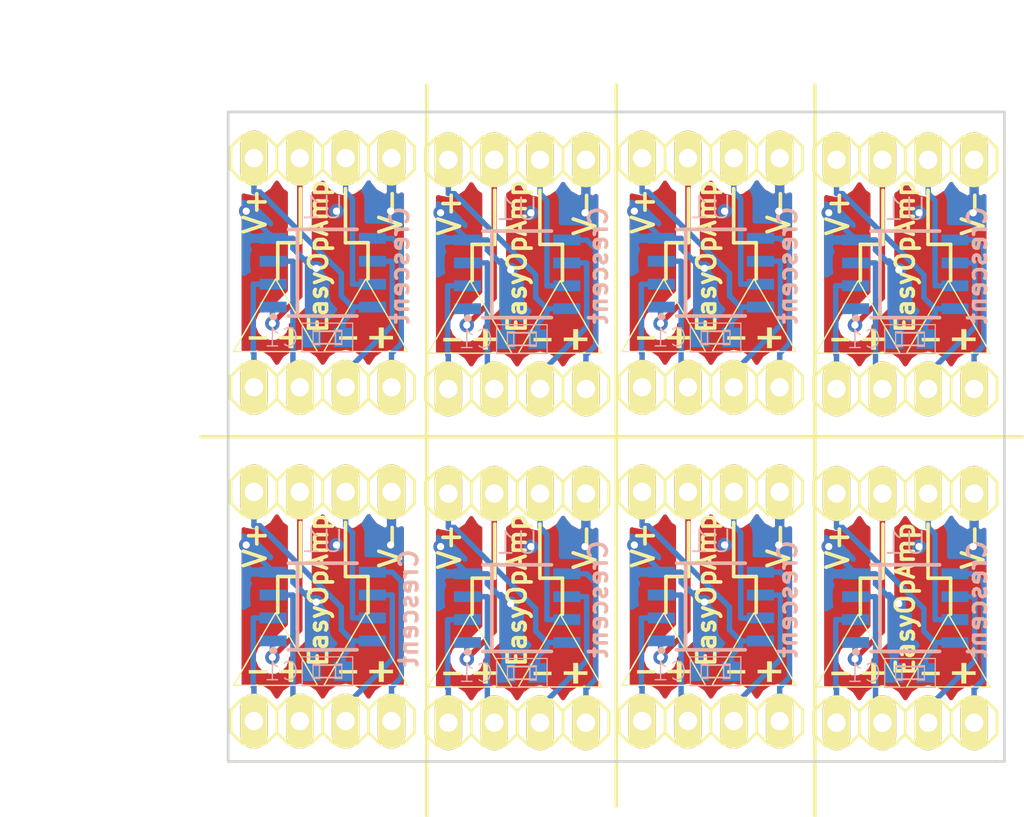
<source format=kicad_pcb>
(kicad_pcb (version 4) (host pcbnew 4.0.1-stable)
  (title_block (title "Easy OpAmp ") (date 2017-12-09) (rev V1.0) (company Crescent))
  (layers (0 F.Cu signal hide) (31 B.Cu signal hide) (34 B.Paste user) (35 F.Paste user) (36 B.SilkS user) (37 F.SilkS user) (38 B.Mask user) (39 F.Mask user) (44 Edge.Cuts user))
  (net 0 "")
  (net 1 +V)
  (net 2 -V)
  (net 3 OUTA)
  (net 4 -INA)
  (net 5 +INA)
  (net 6 +INB)
  (net 7 -INB)
  (net 8 OUTB)
  (module OPAMP:opamp2 (layer F.Cu) (at 145.25 106.75)
    (fp_text reference G1 hide)
    (fp_text value LOGO hide)
  )
  (module generic:generic-SMD1608 (layer B.Cu) (at 143 108 180)
    (fp_text reference C1 (at 2.54 0 180) (layer B.SilkS) (effects (font (size 1.016 1.016) (thickness 0.0762)) (justify mirror)))
    (fp_text value C hide)
    (pad 1 smd rect (at -0.87376 0 180) (size 1.04902 1.0795) (layers B.Cu B.Paste B.Mask) (net 1 +V))
    (pad 2 smd rect (at 0.87376 0 180) (size 1.04902 1.0795) (layers B.Cu B.Paste B.Mask) (net 2 -V))
  )
  (module pin-head:pinhead-1X04 (layer F.Cu) (at 142.74 110.76)
    (fp_text reference JP1 hide)
    (fp_text value PINHD-1X4 hide)
    (pad 1 thru_hole oval (at -3.81 0 180) (size 1.524 3.048) (drill 1.016) (layers *.Cu F.Paste F.SilkS F.Mask) (net 4 -INA))
    (pad 2 thru_hole oval (at -1.27 0 180) (size 1.524 3.048) (drill 1.016) (layers *.Cu F.Paste F.SilkS F.Mask) (net 5 +INA))
    (pad 3 thru_hole oval (at 1.27 0 180) (size 1.524 3.048) (drill 1.016) (layers *.Cu F.Paste F.SilkS F.Mask) (net 7 -INB))
    (pad 4 thru_hole oval (at 3.81 0 180) (size 1.524 3.048) (drill 1.016) (layers *.Cu F.Paste F.SilkS F.Mask) (net 6 +INB))
  )
  (module pin-head:pinhead-1X04 (layer F.Cu) (at 142.74 98.06 180)
    (fp_text reference JP2 hide)
    (fp_text value PINHD-1X4 hide)
    (pad 1 thru_hole oval (at -3.81 0) (size 1.524 3.048) (drill 1.016) (layers *.Cu F.Paste F.SilkS F.Mask) (net 2 -V))
    (pad 2 thru_hole oval (at -1.27 0) (size 1.524 3.048) (drill 1.016) (layers *.Cu F.Paste F.SilkS F.Mask) (net 8 OUTB))
    (pad 3 thru_hole oval (at 1.27 0) (size 1.524 3.048) (drill 1.016) (layers *.Cu F.Paste F.SilkS F.Mask) (net 3 OUTA))
    (pad 4 thru_hole oval (at 3.81 0) (size 1.524 3.048) (drill 1.016) (layers *.Cu F.Paste F.SilkS F.Mask) (net 1 +V))
  )
  (module linear:SOIC8 (layer B.Cu) (at 142.74 104.41 90)
    (fp_text reference U1 (at 2.91 1.26 360) (layer B.SilkS) (effects (font (size 1.2065 1.2065) (thickness 0.1016)) (justify left bottom mirror)))
    (fp_text value LM358 hide)
    (pad 2 smd rect (at -0.635 -2.75 90) (size 0.6 1.5) (layers B.Cu B.Paste B.Mask) (net 4 -INA))
    (pad 7 smd rect (at -0.635 2.75 90) (size 0.6 1.5) (layers B.Cu B.Paste B.Mask) (net 8 OUTB))
    (pad 1 smd rect (at -1.905 -2.75 90) (size 0.6 1.5) (layers B.Cu B.Paste B.Mask) (net 3 OUTA))
    (pad 3 smd rect (at 0.635 -2.75 90) (size 0.6 1.5) (layers B.Cu B.Paste B.Mask) (net 5 +INA))
    (pad 4 smd rect (at 1.905 -2.75 90) (size 0.6 1.5) (layers B.Cu B.Paste B.Mask) (net 2 -V))
    (pad 8 smd rect (at -1.905 2.75 90) (size 0.6 1.5) (layers B.Cu B.Paste B.Mask) (net 1 +V))
    (pad 6 smd rect (at 0.635 2.75 90) (size 0.6 1.5) (layers B.Cu B.Paste B.Mask) (net 7 -INB))
    (pad 5 smd rect (at 1.905 2.75 90) (size 0.6 1.5) (layers B.Cu B.Paste B.Mask) (net 6 +INB))
  )
  (module OPAMP:opamp2 (layer F.Cu) (at 140.25 106.75)
    (fp_text reference G2 hide)
    (fp_text value LOGO hide)
  )
  (module OPAMP:opamp2 (layer F.Cu) (at 156.018 106.84)
    (fp_text reference G1 hide)
    (fp_text value LOGO hide)
  )
  (module generic:generic-SMD1608 (layer B.Cu) (at 153.768 108.09 180)
    (fp_text reference C1 (at 2.54 0 180) (layer B.SilkS) (effects (font (size 1.016 1.016) (thickness 0.0762)) (justify mirror)))
    (fp_text value C hide)
    (pad 1 smd rect (at -0.87376 0 180) (size 1.04902 1.0795) (layers B.Cu B.Paste B.Mask) (net 1 +V))
    (pad 2 smd rect (at 0.87376 0 180) (size 1.04902 1.0795) (layers B.Cu B.Paste B.Mask) (net 2 -V))
  )
  (module pin-head:pinhead-1X04 (layer F.Cu) (at 153.508 110.85)
    (fp_text reference JP1 hide)
    (fp_text value PINHD-1X4 hide)
    (pad 1 thru_hole oval (at -3.81 0 180) (size 1.524 3.048) (drill 1.016) (layers *.Cu F.Paste F.SilkS F.Mask) (net 4 -INA))
    (pad 2 thru_hole oval (at -1.27 0 180) (size 1.524 3.048) (drill 1.016) (layers *.Cu F.Paste F.SilkS F.Mask) (net 5 +INA))
    (pad 3 thru_hole oval (at 1.27 0 180) (size 1.524 3.048) (drill 1.016) (layers *.Cu F.Paste F.SilkS F.Mask) (net 7 -INB))
    (pad 4 thru_hole oval (at 3.81 0 180) (size 1.524 3.048) (drill 1.016) (layers *.Cu F.Paste F.SilkS F.Mask) (net 6 +INB))
  )
  (module pin-head:pinhead-1X04 (layer F.Cu) (at 153.508 98.15 180)
    (fp_text reference JP2 hide)
    (fp_text value PINHD-1X4 hide)
    (pad 1 thru_hole oval (at -3.81 0) (size 1.524 3.048) (drill 1.016) (layers *.Cu F.Paste F.SilkS F.Mask) (net 2 -V))
    (pad 2 thru_hole oval (at -1.27 0) (size 1.524 3.048) (drill 1.016) (layers *.Cu F.Paste F.SilkS F.Mask) (net 8 OUTB))
    (pad 3 thru_hole oval (at 1.27 0) (size 1.524 3.048) (drill 1.016) (layers *.Cu F.Paste F.SilkS F.Mask) (net 3 OUTA))
    (pad 4 thru_hole oval (at 3.81 0) (size 1.524 3.048) (drill 1.016) (layers *.Cu F.Paste F.SilkS F.Mask) (net 1 +V))
  )
  (module linear:SOIC8 (layer B.Cu) (at 153.508 104.5 90)
    (fp_text reference U1 (at 2.91 1.26 360) (layer B.SilkS) (effects (font (size 1.2065 1.2065) (thickness 0.1016)) (justify left bottom mirror)))
    (fp_text value LM358 hide)
    (pad 2 smd rect (at -0.635 -2.75 90) (size 0.6 1.5) (layers B.Cu B.Paste B.Mask) (net 4 -INA))
    (pad 7 smd rect (at -0.635 2.75 90) (size 0.6 1.5) (layers B.Cu B.Paste B.Mask) (net 8 OUTB))
    (pad 1 smd rect (at -1.905 -2.75 90) (size 0.6 1.5) (layers B.Cu B.Paste B.Mask) (net 3 OUTA))
    (pad 3 smd rect (at 0.635 -2.75 90) (size 0.6 1.5) (layers B.Cu B.Paste B.Mask) (net 5 +INA))
    (pad 4 smd rect (at 1.905 -2.75 90) (size 0.6 1.5) (layers B.Cu B.Paste B.Mask) (net 2 -V))
    (pad 8 smd rect (at -1.905 2.75 90) (size 0.6 1.5) (layers B.Cu B.Paste B.Mask) (net 1 +V))
    (pad 6 smd rect (at 0.635 2.75 90) (size 0.6 1.5) (layers B.Cu B.Paste B.Mask) (net 7 -INB))
    (pad 5 smd rect (at 1.905 2.75 90) (size 0.6 1.5) (layers B.Cu B.Paste B.Mask) (net 6 +INB))
  )
  (module OPAMP:opamp2 (layer F.Cu) (at 151.018 106.84)
    (fp_text reference G2 hide)
    (fp_text value LOGO hide)
  )
  (module OPAMP:opamp2 (layer F.Cu) (at 166.75 106.75)
    (fp_text reference G1 hide)
    (fp_text value LOGO hide)
  )
  (module generic:generic-SMD1608 (layer B.Cu) (at 164.5 108 180)
    (fp_text reference C1 (at 2.54 0 180) (layer B.SilkS) (effects (font (size 1.016 1.016) (thickness 0.0762)) (justify mirror)))
    (fp_text value C hide)
    (pad 1 smd rect (at -0.87376 0 180) (size 1.04902 1.0795) (layers B.Cu B.Paste B.Mask) (net 1 +V))
    (pad 2 smd rect (at 0.87376 0 180) (size 1.04902 1.0795) (layers B.Cu B.Paste B.Mask) (net 2 -V))
  )
  (module pin-head:pinhead-1X04 (layer F.Cu) (at 164.24 110.76)
    (fp_text reference JP1 hide)
    (fp_text value PINHD-1X4 hide)
    (pad 1 thru_hole oval (at -3.81 0 180) (size 1.524 3.048) (drill 1.016) (layers *.Cu F.Paste F.SilkS F.Mask) (net 4 -INA))
    (pad 2 thru_hole oval (at -1.27 0 180) (size 1.524 3.048) (drill 1.016) (layers *.Cu F.Paste F.SilkS F.Mask) (net 5 +INA))
    (pad 3 thru_hole oval (at 1.27 0 180) (size 1.524 3.048) (drill 1.016) (layers *.Cu F.Paste F.SilkS F.Mask) (net 7 -INB))
    (pad 4 thru_hole oval (at 3.81 0 180) (size 1.524 3.048) (drill 1.016) (layers *.Cu F.Paste F.SilkS F.Mask) (net 6 +INB))
  )
  (module pin-head:pinhead-1X04 (layer F.Cu) (at 164.24 98.06 180)
    (fp_text reference JP2 hide)
    (fp_text value PINHD-1X4 hide)
    (pad 1 thru_hole oval (at -3.81 0) (size 1.524 3.048) (drill 1.016) (layers *.Cu F.Paste F.SilkS F.Mask) (net 2 -V))
    (pad 2 thru_hole oval (at -1.27 0) (size 1.524 3.048) (drill 1.016) (layers *.Cu F.Paste F.SilkS F.Mask) (net 8 OUTB))
    (pad 3 thru_hole oval (at 1.27 0) (size 1.524 3.048) (drill 1.016) (layers *.Cu F.Paste F.SilkS F.Mask) (net 3 OUTA))
    (pad 4 thru_hole oval (at 3.81 0) (size 1.524 3.048) (drill 1.016) (layers *.Cu F.Paste F.SilkS F.Mask) (net 1 +V))
  )
  (module linear:SOIC8 (layer B.Cu) (at 164.24 104.41 90)
    (fp_text reference U1 (at 2.91 1.26 360) (layer B.SilkS) (effects (font (size 1.2065 1.2065) (thickness 0.1016)) (justify left bottom mirror)))
    (fp_text value LM358 hide)
    (pad 2 smd rect (at -0.635 -2.75 90) (size 0.6 1.5) (layers B.Cu B.Paste B.Mask) (net 4 -INA))
    (pad 7 smd rect (at -0.635 2.75 90) (size 0.6 1.5) (layers B.Cu B.Paste B.Mask) (net 8 OUTB))
    (pad 1 smd rect (at -1.905 -2.75 90) (size 0.6 1.5) (layers B.Cu B.Paste B.Mask) (net 3 OUTA))
    (pad 3 smd rect (at 0.635 -2.75 90) (size 0.6 1.5) (layers B.Cu B.Paste B.Mask) (net 5 +INA))
    (pad 4 smd rect (at 1.905 -2.75 90) (size 0.6 1.5) (layers B.Cu B.Paste B.Mask) (net 2 -V))
    (pad 8 smd rect (at -1.905 2.75 90) (size 0.6 1.5) (layers B.Cu B.Paste B.Mask) (net 1 +V))
    (pad 6 smd rect (at 0.635 2.75 90) (size 0.6 1.5) (layers B.Cu B.Paste B.Mask) (net 7 -INB))
    (pad 5 smd rect (at 1.905 2.75 90) (size 0.6 1.5) (layers B.Cu B.Paste B.Mask) (net 6 +INB))
  )
  (module OPAMP:opamp2 (layer F.Cu) (at 161.75 106.75)
    (fp_text reference G2 hide)
    (fp_text value LOGO hide)
  )
  (module OPAMP:opamp2 (layer F.Cu) (at 177.518 106.84)
    (fp_text reference G1 hide)
    (fp_text value LOGO hide)
  )
  (module generic:generic-SMD1608 (layer B.Cu) (at 175.268 108.09 180)
    (fp_text reference C1 (at 2.54 0 180) (layer B.SilkS) (effects (font (size 1.016 1.016) (thickness 0.0762)) (justify mirror)))
    (fp_text value C hide)
    (pad 1 smd rect (at -0.87376 0 180) (size 1.04902 1.0795) (layers B.Cu B.Paste B.Mask) (net 1 +V))
    (pad 2 smd rect (at 0.87376 0 180) (size 1.04902 1.0795) (layers B.Cu B.Paste B.Mask) (net 2 -V))
  )
  (module pin-head:pinhead-1X04 (layer F.Cu) (at 175.008 110.85)
    (fp_text reference JP1 hide)
    (fp_text value PINHD-1X4 hide)
    (pad 1 thru_hole oval (at -3.81 0 180) (size 1.524 3.048) (drill 1.016) (layers *.Cu F.Paste F.SilkS F.Mask) (net 4 -INA))
    (pad 2 thru_hole oval (at -1.27 0 180) (size 1.524 3.048) (drill 1.016) (layers *.Cu F.Paste F.SilkS F.Mask) (net 5 +INA))
    (pad 3 thru_hole oval (at 1.27 0 180) (size 1.524 3.048) (drill 1.016) (layers *.Cu F.Paste F.SilkS F.Mask) (net 7 -INB))
    (pad 4 thru_hole oval (at 3.81 0 180) (size 1.524 3.048) (drill 1.016) (layers *.Cu F.Paste F.SilkS F.Mask) (net 6 +INB))
  )
  (module pin-head:pinhead-1X04 (layer F.Cu) (at 175.008 98.15 180)
    (fp_text reference JP2 hide)
    (fp_text value PINHD-1X4 hide)
    (pad 1 thru_hole oval (at -3.81 0) (size 1.524 3.048) (drill 1.016) (layers *.Cu F.Paste F.SilkS F.Mask) (net 2 -V))
    (pad 2 thru_hole oval (at -1.27 0) (size 1.524 3.048) (drill 1.016) (layers *.Cu F.Paste F.SilkS F.Mask) (net 8 OUTB))
    (pad 3 thru_hole oval (at 1.27 0) (size 1.524 3.048) (drill 1.016) (layers *.Cu F.Paste F.SilkS F.Mask) (net 3 OUTA))
    (pad 4 thru_hole oval (at 3.81 0) (size 1.524 3.048) (drill 1.016) (layers *.Cu F.Paste F.SilkS F.Mask) (net 1 +V))
  )
  (module linear:SOIC8 (layer B.Cu) (at 175.008 104.5 90)
    (fp_text reference U1 (at 2.91 1.26 360) (layer B.SilkS) (effects (font (size 1.2065 1.2065) (thickness 0.1016)) (justify left bottom mirror)))
    (fp_text value LM358 hide)
    (pad 2 smd rect (at -0.635 -2.75 90) (size 0.6 1.5) (layers B.Cu B.Paste B.Mask) (net 4 -INA))
    (pad 7 smd rect (at -0.635 2.75 90) (size 0.6 1.5) (layers B.Cu B.Paste B.Mask) (net 8 OUTB))
    (pad 1 smd rect (at -1.905 -2.75 90) (size 0.6 1.5) (layers B.Cu B.Paste B.Mask) (net 3 OUTA))
    (pad 3 smd rect (at 0.635 -2.75 90) (size 0.6 1.5) (layers B.Cu B.Paste B.Mask) (net 5 +INA))
    (pad 4 smd rect (at 1.905 -2.75 90) (size 0.6 1.5) (layers B.Cu B.Paste B.Mask) (net 2 -V))
    (pad 8 smd rect (at -1.905 2.75 90) (size 0.6 1.5) (layers B.Cu B.Paste B.Mask) (net 1 +V))
    (pad 6 smd rect (at 0.635 2.75 90) (size 0.6 1.5) (layers B.Cu B.Paste B.Mask) (net 7 -INB))
    (pad 5 smd rect (at 1.905 2.75 90) (size 0.6 1.5) (layers B.Cu B.Paste B.Mask) (net 6 +INB))
  )
  (module OPAMP:opamp2 (layer F.Cu) (at 172.518 106.84)
    (fp_text reference G2 hide)
    (fp_text value LOGO hide)
  )
  (module OPAMP:opamp2 (layer F.Cu) (at 145.25 125.25)
    (fp_text reference G1 hide)
    (fp_text value LOGO hide)
  )
  (module generic:generic-SMD1608 (layer B.Cu) (at 143 126.5 180)
    (fp_text reference C1 (at 2.54 0 180) (layer B.SilkS) (effects (font (size 1.016 1.016) (thickness 0.0762)) (justify mirror)))
    (fp_text value C hide)
    (pad 1 smd rect (at -0.87376 0 180) (size 1.04902 1.0795) (layers B.Cu B.Paste B.Mask) (net 1 +V))
    (pad 2 smd rect (at 0.87376 0 180) (size 1.04902 1.0795) (layers B.Cu B.Paste B.Mask) (net 2 -V))
  )
  (module pin-head:pinhead-1X04 (layer F.Cu) (at 142.74 129.26)
    (fp_text reference JP1 hide)
    (fp_text value PINHD-1X4 hide)
    (pad 1 thru_hole oval (at -3.81 0 180) (size 1.524 3.048) (drill 1.016) (layers *.Cu F.Paste F.SilkS F.Mask) (net 4 -INA))
    (pad 2 thru_hole oval (at -1.27 0 180) (size 1.524 3.048) (drill 1.016) (layers *.Cu F.Paste F.SilkS F.Mask) (net 5 +INA))
    (pad 3 thru_hole oval (at 1.27 0 180) (size 1.524 3.048) (drill 1.016) (layers *.Cu F.Paste F.SilkS F.Mask) (net 7 -INB))
    (pad 4 thru_hole oval (at 3.81 0 180) (size 1.524 3.048) (drill 1.016) (layers *.Cu F.Paste F.SilkS F.Mask) (net 6 +INB))
  )
  (module pin-head:pinhead-1X04 (layer F.Cu) (at 142.74 116.56 180)
    (fp_text reference JP2 hide)
    (fp_text value PINHD-1X4 hide)
    (pad 1 thru_hole oval (at -3.81 0) (size 1.524 3.048) (drill 1.016) (layers *.Cu F.Paste F.SilkS F.Mask) (net 2 -V))
    (pad 2 thru_hole oval (at -1.27 0) (size 1.524 3.048) (drill 1.016) (layers *.Cu F.Paste F.SilkS F.Mask) (net 8 OUTB))
    (pad 3 thru_hole oval (at 1.27 0) (size 1.524 3.048) (drill 1.016) (layers *.Cu F.Paste F.SilkS F.Mask) (net 3 OUTA))
    (pad 4 thru_hole oval (at 3.81 0) (size 1.524 3.048) (drill 1.016) (layers *.Cu F.Paste F.SilkS F.Mask) (net 1 +V))
  )
  (module linear:SOIC8 (layer B.Cu) (at 142.74 122.91 90)
    (fp_text reference U1 (at 2.91 1.26 360) (layer B.SilkS) (effects (font (size 1.2065 1.2065) (thickness 0.1016)) (justify left bottom mirror)))
    (fp_text value LM358 hide)
    (pad 2 smd rect (at -0.635 -2.75 90) (size 0.6 1.5) (layers B.Cu B.Paste B.Mask) (net 4 -INA))
    (pad 7 smd rect (at -0.635 2.75 90) (size 0.6 1.5) (layers B.Cu B.Paste B.Mask) (net 8 OUTB))
    (pad 1 smd rect (at -1.905 -2.75 90) (size 0.6 1.5) (layers B.Cu B.Paste B.Mask) (net 3 OUTA))
    (pad 3 smd rect (at 0.635 -2.75 90) (size 0.6 1.5) (layers B.Cu B.Paste B.Mask) (net 5 +INA))
    (pad 4 smd rect (at 1.905 -2.75 90) (size 0.6 1.5) (layers B.Cu B.Paste B.Mask) (net 2 -V))
    (pad 8 smd rect (at -1.905 2.75 90) (size 0.6 1.5) (layers B.Cu B.Paste B.Mask) (net 1 +V))
    (pad 6 smd rect (at 0.635 2.75 90) (size 0.6 1.5) (layers B.Cu B.Paste B.Mask) (net 7 -INB))
    (pad 5 smd rect (at 1.905 2.75 90) (size 0.6 1.5) (layers B.Cu B.Paste B.Mask) (net 6 +INB))
  )
  (module OPAMP:opamp2 (layer F.Cu) (at 140.25 125.25)
    (fp_text reference G2 hide)
    (fp_text value LOGO hide)
  )
  (module OPAMP:opamp2 (layer F.Cu) (at 156.018 125.34)
    (fp_text reference G1 hide)
    (fp_text value LOGO hide)
  )
  (module generic:generic-SMD1608 (layer B.Cu) (at 153.768 126.59 180)
    (fp_text reference C1 (at 2.54 0 180) (layer B.SilkS) (effects (font (size 1.016 1.016) (thickness 0.0762)) (justify mirror)))
    (fp_text value C hide)
    (pad 1 smd rect (at -0.87376 0 180) (size 1.04902 1.0795) (layers B.Cu B.Paste B.Mask) (net 1 +V))
    (pad 2 smd rect (at 0.87376 0 180) (size 1.04902 1.0795) (layers B.Cu B.Paste B.Mask) (net 2 -V))
  )
  (module pin-head:pinhead-1X04 (layer F.Cu) (at 153.508 129.35)
    (fp_text reference JP1 hide)
    (fp_text value PINHD-1X4 hide)
    (pad 1 thru_hole oval (at -3.81 0 180) (size 1.524 3.048) (drill 1.016) (layers *.Cu F.Paste F.SilkS F.Mask) (net 4 -INA))
    (pad 2 thru_hole oval (at -1.27 0 180) (size 1.524 3.048) (drill 1.016) (layers *.Cu F.Paste F.SilkS F.Mask) (net 5 +INA))
    (pad 3 thru_hole oval (at 1.27 0 180) (size 1.524 3.048) (drill 1.016) (layers *.Cu F.Paste F.SilkS F.Mask) (net 7 -INB))
    (pad 4 thru_hole oval (at 3.81 0 180) (size 1.524 3.048) (drill 1.016) (layers *.Cu F.Paste F.SilkS F.Mask) (net 6 +INB))
  )
  (module pin-head:pinhead-1X04 (layer F.Cu) (at 153.508 116.65 180)
    (fp_text reference JP2 hide)
    (fp_text value PINHD-1X4 hide)
    (pad 1 thru_hole oval (at -3.81 0) (size 1.524 3.048) (drill 1.016) (layers *.Cu F.Paste F.SilkS F.Mask) (net 2 -V))
    (pad 2 thru_hole oval (at -1.27 0) (size 1.524 3.048) (drill 1.016) (layers *.Cu F.Paste F.SilkS F.Mask) (net 8 OUTB))
    (pad 3 thru_hole oval (at 1.27 0) (size 1.524 3.048) (drill 1.016) (layers *.Cu F.Paste F.SilkS F.Mask) (net 3 OUTA))
    (pad 4 thru_hole oval (at 3.81 0) (size 1.524 3.048) (drill 1.016) (layers *.Cu F.Paste F.SilkS F.Mask) (net 1 +V))
  )
  (module linear:SOIC8 (layer B.Cu) (at 153.508 123 90)
    (fp_text reference U1 (at 2.91 1.26 360) (layer B.SilkS) (effects (font (size 1.2065 1.2065) (thickness 0.1016)) (justify left bottom mirror)))
    (fp_text value LM358 hide)
    (pad 2 smd rect (at -0.635 -2.75 90) (size 0.6 1.5) (layers B.Cu B.Paste B.Mask) (net 4 -INA))
    (pad 7 smd rect (at -0.635 2.75 90) (size 0.6 1.5) (layers B.Cu B.Paste B.Mask) (net 8 OUTB))
    (pad 1 smd rect (at -1.905 -2.75 90) (size 0.6 1.5) (layers B.Cu B.Paste B.Mask) (net 3 OUTA))
    (pad 3 smd rect (at 0.635 -2.75 90) (size 0.6 1.5) (layers B.Cu B.Paste B.Mask) (net 5 +INA))
    (pad 4 smd rect (at 1.905 -2.75 90) (size 0.6 1.5) (layers B.Cu B.Paste B.Mask) (net 2 -V))
    (pad 8 smd rect (at -1.905 2.75 90) (size 0.6 1.5) (layers B.Cu B.Paste B.Mask) (net 1 +V))
    (pad 6 smd rect (at 0.635 2.75 90) (size 0.6 1.5) (layers B.Cu B.Paste B.Mask) (net 7 -INB))
    (pad 5 smd rect (at 1.905 2.75 90) (size 0.6 1.5) (layers B.Cu B.Paste B.Mask) (net 6 +INB))
  )
  (module OPAMP:opamp2 (layer F.Cu) (at 151.018 125.34)
    (fp_text reference G2 hide)
    (fp_text value LOGO hide)
  )
  (module OPAMP:opamp2 (layer F.Cu) (at 166.75 125.25)
    (fp_text reference G1 hide)
    (fp_text value LOGO hide)
  )
  (module generic:generic-SMD1608 (layer B.Cu) (at 164.5 126.5 180)
    (fp_text reference C1 (at 2.54 0 180) (layer B.SilkS) (effects (font (size 1.016 1.016) (thickness 0.0762)) (justify mirror)))
    (fp_text value C hide)
    (pad 1 smd rect (at -0.87376 0 180) (size 1.04902 1.0795) (layers B.Cu B.Paste B.Mask) (net 1 +V))
    (pad 2 smd rect (at 0.87376 0 180) (size 1.04902 1.0795) (layers B.Cu B.Paste B.Mask) (net 2 -V))
  )
  (module pin-head:pinhead-1X04 (layer F.Cu) (at 164.24 129.26)
    (fp_text reference JP1 hide)
    (fp_text value PINHD-1X4 hide)
    (pad 1 thru_hole oval (at -3.81 0 180) (size 1.524 3.048) (drill 1.016) (layers *.Cu F.Paste F.SilkS F.Mask) (net 4 -INA))
    (pad 2 thru_hole oval (at -1.27 0 180) (size 1.524 3.048) (drill 1.016) (layers *.Cu F.Paste F.SilkS F.Mask) (net 5 +INA))
    (pad 3 thru_hole oval (at 1.27 0 180) (size 1.524 3.048) (drill 1.016) (layers *.Cu F.Paste F.SilkS F.Mask) (net 7 -INB))
    (pad 4 thru_hole oval (at 3.81 0 180) (size 1.524 3.048) (drill 1.016) (layers *.Cu F.Paste F.SilkS F.Mask) (net 6 +INB))
  )
  (module pin-head:pinhead-1X04 (layer F.Cu) (at 164.24 116.56 180)
    (fp_text reference JP2 hide)
    (fp_text value PINHD-1X4 hide)
    (pad 1 thru_hole oval (at -3.81 0) (size 1.524 3.048) (drill 1.016) (layers *.Cu F.Paste F.SilkS F.Mask) (net 2 -V))
    (pad 2 thru_hole oval (at -1.27 0) (size 1.524 3.048) (drill 1.016) (layers *.Cu F.Paste F.SilkS F.Mask) (net 8 OUTB))
    (pad 3 thru_hole oval (at 1.27 0) (size 1.524 3.048) (drill 1.016) (layers *.Cu F.Paste F.SilkS F.Mask) (net 3 OUTA))
    (pad 4 thru_hole oval (at 3.81 0) (size 1.524 3.048) (drill 1.016) (layers *.Cu F.Paste F.SilkS F.Mask) (net 1 +V))
  )
  (module linear:SOIC8 (layer B.Cu) (at 164.24 122.91 90)
    (fp_text reference U1 (at 2.91 1.26 360) (layer B.SilkS) (effects (font (size 1.2065 1.2065) (thickness 0.1016)) (justify left bottom mirror)))
    (fp_text value LM358 hide)
    (pad 2 smd rect (at -0.635 -2.75 90) (size 0.6 1.5) (layers B.Cu B.Paste B.Mask) (net 4 -INA))
    (pad 7 smd rect (at -0.635 2.75 90) (size 0.6 1.5) (layers B.Cu B.Paste B.Mask) (net 8 OUTB))
    (pad 1 smd rect (at -1.905 -2.75 90) (size 0.6 1.5) (layers B.Cu B.Paste B.Mask) (net 3 OUTA))
    (pad 3 smd rect (at 0.635 -2.75 90) (size 0.6 1.5) (layers B.Cu B.Paste B.Mask) (net 5 +INA))
    (pad 4 smd rect (at 1.905 -2.75 90) (size 0.6 1.5) (layers B.Cu B.Paste B.Mask) (net 2 -V))
    (pad 8 smd rect (at -1.905 2.75 90) (size 0.6 1.5) (layers B.Cu B.Paste B.Mask) (net 1 +V))
    (pad 6 smd rect (at 0.635 2.75 90) (size 0.6 1.5) (layers B.Cu B.Paste B.Mask) (net 7 -INB))
    (pad 5 smd rect (at 1.905 2.75 90) (size 0.6 1.5) (layers B.Cu B.Paste B.Mask) (net 6 +INB))
  )
  (module OPAMP:opamp2 (layer F.Cu) (at 161.75 125.25)
    (fp_text reference G2 hide)
    (fp_text value LOGO hide)
  )
  (module OPAMP:opamp2 (layer F.Cu) (at 177.518 125.34)
    (fp_text reference G1 hide)
    (fp_text value LOGO hide)
  )
  (module generic:generic-SMD1608 (layer B.Cu) (at 175.268 126.59 180)
    (fp_text reference C1 (at 2.54 0 180) (layer B.SilkS) (effects (font (size 1.016 1.016) (thickness 0.0762)) (justify mirror)))
    (fp_text value C hide)
    (pad 1 smd rect (at -0.87376 0 180) (size 1.04902 1.0795) (layers B.Cu B.Paste B.Mask) (net 1 +V))
    (pad 2 smd rect (at 0.87376 0 180) (size 1.04902 1.0795) (layers B.Cu B.Paste B.Mask) (net 2 -V))
  )
  (module pin-head:pinhead-1X04 (layer F.Cu) (at 175.008 129.35)
    (fp_text reference JP1 hide)
    (fp_text value PINHD-1X4 hide)
    (pad 1 thru_hole oval (at -3.81 0 180) (size 1.524 3.048) (drill 1.016) (layers *.Cu F.Paste F.SilkS F.Mask) (net 4 -INA))
    (pad 2 thru_hole oval (at -1.27 0 180) (size 1.524 3.048) (drill 1.016) (layers *.Cu F.Paste F.SilkS F.Mask) (net 5 +INA))
    (pad 3 thru_hole oval (at 1.27 0 180) (size 1.524 3.048) (drill 1.016) (layers *.Cu F.Paste F.SilkS F.Mask) (net 7 -INB))
    (pad 4 thru_hole oval (at 3.81 0 180) (size 1.524 3.048) (drill 1.016) (layers *.Cu F.Paste F.SilkS F.Mask) (net 6 +INB))
  )
  (module pin-head:pinhead-1X04 (layer F.Cu) (at 175.008 116.65 180)
    (fp_text reference JP2 hide)
    (fp_text value PINHD-1X4 hide)
    (pad 1 thru_hole oval (at -3.81 0) (size 1.524 3.048) (drill 1.016) (layers *.Cu F.Paste F.SilkS F.Mask) (net 2 -V))
    (pad 2 thru_hole oval (at -1.27 0) (size 1.524 3.048) (drill 1.016) (layers *.Cu F.Paste F.SilkS F.Mask) (net 8 OUTB))
    (pad 3 thru_hole oval (at 1.27 0) (size 1.524 3.048) (drill 1.016) (layers *.Cu F.Paste F.SilkS F.Mask) (net 3 OUTA))
    (pad 4 thru_hole oval (at 3.81 0) (size 1.524 3.048) (drill 1.016) (layers *.Cu F.Paste F.SilkS F.Mask) (net 1 +V))
  )
  (module linear:SOIC8 (layer B.Cu) (at 175.008 123 90)
    (fp_text reference U1 (at 2.91 1.26 360) (layer B.SilkS) (effects (font (size 1.2065 1.2065) (thickness 0.1016)) (justify left bottom mirror)))
    (fp_text value LM358 hide)
    (pad 2 smd rect (at -0.635 -2.75 90) (size 0.6 1.5) (layers B.Cu B.Paste B.Mask) (net 4 -INA))
    (pad 7 smd rect (at -0.635 2.75 90) (size 0.6 1.5) (layers B.Cu B.Paste B.Mask) (net 8 OUTB))
    (pad 1 smd rect (at -1.905 -2.75 90) (size 0.6 1.5) (layers B.Cu B.Paste B.Mask) (net 3 OUTA))
    (pad 3 smd rect (at 0.635 -2.75 90) (size 0.6 1.5) (layers B.Cu B.Paste B.Mask) (net 5 +INA))
    (pad 4 smd rect (at 1.905 -2.75 90) (size 0.6 1.5) (layers B.Cu B.Paste B.Mask) (net 2 -V))
    (pad 8 smd rect (at -1.905 2.75 90) (size 0.6 1.5) (layers B.Cu B.Paste B.Mask) (net 1 +V))
    (pad 6 smd rect (at 0.635 2.75 90) (size 0.6 1.5) (layers B.Cu B.Paste B.Mask) (net 7 -INB))
    (pad 5 smd rect (at 1.905 2.75 90) (size 0.6 1.5) (layers B.Cu B.Paste B.Mask) (net 6 +INB))
  )
  (module OPAMP:opamp2 (layer F.Cu) (at 172.518 125.34)
    (fp_text reference G2 hide)
    (fp_text value LOGO hide)
  )
  (gr_line (start 137.5 95.5) (end 138 95.5) (angle 90) (layer Edge.Cuts) (width 0.15))
  (gr_line (start 137.5 96) (end 137.5 95.5) (angle 90) (layer Edge.Cuts) (width 0.15))
  (gr_line (start 180.5 95.5) (end 180 95.5) (angle 90) (layer Edge.Cuts) (width 0.15))
  (gr_line (start 180.5 96) (end 180.5 95.5) (angle 90) (layer Edge.Cuts) (width 0.15))
  (gr_line (start 180.5 131.5) (end 180.5 131) (angle 90) (layer Edge.Cuts) (width 0.15))
  (gr_line (start 180 131.5) (end 180.5 131.5) (angle 90) (layer Edge.Cuts) (width 0.15))
  (gr_line (start 137.5 131.5) (end 137.5 131) (angle 90) (layer Edge.Cuts) (width 0.15))
  (gr_line (start 138 131.5) (end 137.5 131.5) (angle 90) (layer Edge.Cuts) (width 0.15))
  (gr_text Crescent (at 147 104 90) (layer B.SilkS) (effects (font (size 1 1) (thickness 0.2)) (justify mirror)))
  (gr_text Crescent (at 158 104 90) (layer B.SilkS) (effects (font (size 1 1) (thickness 0.2)) (justify mirror)))
  (gr_text Crescent (at 168.5 104 90) (layer B.SilkS) (effects (font (size 1 1) (thickness 0.2)) (justify mirror)))
  (gr_text Crescent (at 179 104 90) (layer B.SilkS) (effects (font (size 1 1) (thickness 0.2)) (justify mirror)))
  (gr_text Crescent (at 179 122.5 90) (layer B.SilkS) (effects (font (size 1 1) (thickness 0.2)) (justify mirror)))
  (gr_text Crescent (at 168.5 122.5 90) (layer B.SilkS) (effects (font (size 1 1) (thickness 0.2)) (justify mirror)))
  (gr_text Crescent (at 158 122.5 90) (layer B.SilkS) (effects (font (size 1 1) (thickness 0.2)) (justify mirror)))
  (gr_text Crescent (at 147.5 123 90) (layer B.SilkS) (effects (font (size 1 1) (thickness 0.2)) (justify mirror)))
  (gr_text EasyOpAmp (at 142.5 103.5 90) (layer F.SilkS) (effects (font (size 1 1) (thickness 0.2))))
  (gr_text EasyOpAmp (at 153.5 103.5 90) (layer F.SilkS) (effects (font (size 1 1) (thickness 0.2))))
  (gr_text EasyOpAmp (at 164 103.5 90) (layer F.SilkS) (effects (font (size 1 1) (thickness 0.2))))
  (gr_text EasyOpAmp (at 175 103.5 90) (layer F.SilkS) (effects (font (size 1 1) (thickness 0.2))))
  (gr_text EasyOpAmp (at 175 122.5 90) (layer F.SilkS) (effects (font (size 1 1) (thickness 0.2))))
  (gr_text EasyOpAmp (at 164 122 90) (layer F.SilkS) (effects (font (size 1 1) (thickness 0.2))))
  (gr_text EasyOpAmp (at 153.5 122 90) (layer F.SilkS) (effects (font (size 1 1) (thickness 0.2))))
  (gr_text EasyOpAmp (at 142.5 122 90) (layer F.SilkS) (effects (font (size 1 1) (thickness 0.2))))
  (gr_line (start 148.5 94) (end 148.5 134.5) (angle 90) (layer F.SilkS) (width 0.2))
  (gr_line (start 159 94) (end 159 134) (angle 90) (layer F.SilkS) (width 0.2))
  (gr_line (start 170 94) (end 170 134.5) (angle 90) (layer F.SilkS) (width 0.2))
  (gr_line (start 136 113.5) (end 181.5 113.5) (angle 90) (layer F.SilkS) (width 0.2))
  (gr_line (start 137.5 131) (end 137.5 96) (angle 90) (layer Edge.Cuts) (width 0.15))
  (gr_line (start 180 131.5) (end 138 131.5) (angle 90) (layer Edge.Cuts) (width 0.15))
  (gr_line (start 180.5 96) (end 180.5 131) (angle 90) (layer Edge.Cuts) (width 0.15))
  (gr_line (start 138 95.5) (end 180 95.5) (angle 90) (layer Edge.Cuts) (width 0.15))
  (gr_text . (at 140 106.25) (layer B.SilkS) (effects (font (size 1.5 1.5) (thickness 0.3))))
  (gr_text V- (at 146.5 101 90) (layer F.SilkS) (effects (font (size 1.2 1.2) (thickness 0.2))))
  (gr_text V+ (at 139 101 90) (layer F.SilkS) (effects (font (size 1.2 1.2) (thickness 0.2))))
  (gr_line (start 145.25 102.75) (end 145.25 104.75) (angle 90) (layer F.SilkS) (width 0.2))
  (gr_line (start 144 102.75) (end 145.25 102.75) (angle 90) (layer F.SilkS) (width 0.2))
  (gr_line (start 144 99.75) (end 144 102.75) (angle 90) (layer F.SilkS) (width 0.2))
  (gr_line (start 140.25 102.75) (end 140.25 104.75) (angle 90) (layer F.SilkS) (width 0.2))
  (gr_line (start 141.5 102.75) (end 140.25 102.75) (angle 90) (layer F.SilkS) (width 0.2))
  (gr_line (start 141.5 99.75) (end 141.5 102.75) (angle 90) (layer F.SilkS) (width 0.2))
  (gr_text . (at 150.768 106.34) (layer B.SilkS) (effects (font (size 1.5 1.5) (thickness 0.3))))
  (gr_text V- (at 157.268 101.09 90) (layer F.SilkS) (effects (font (size 1.2 1.2) (thickness 0.2))))
  (gr_text V+ (at 149.768 101.09 90) (layer F.SilkS) (effects (font (size 1.2 1.2) (thickness 0.2))))
  (gr_line (start 156.018 102.84) (end 156.018 104.84) (angle 90) (layer F.SilkS) (width 0.2))
  (gr_line (start 154.768 102.84) (end 156.018 102.84) (angle 90) (layer F.SilkS) (width 0.2))
  (gr_line (start 154.768 99.84) (end 154.768 102.84) (angle 90) (layer F.SilkS) (width 0.2))
  (gr_line (start 151.018 102.84) (end 151.018 104.84) (angle 90) (layer F.SilkS) (width 0.2))
  (gr_line (start 152.268 102.84) (end 151.018 102.84) (angle 90) (layer F.SilkS) (width 0.2))
  (gr_line (start 152.268 99.84) (end 152.268 102.84) (angle 90) (layer F.SilkS) (width 0.2))
  (gr_text . (at 161.5 106.25) (layer B.SilkS) (effects (font (size 1.5 1.5) (thickness 0.3))))
  (gr_text V- (at 168 101 90) (layer F.SilkS) (effects (font (size 1.2 1.2) (thickness 0.2))))
  (gr_text V+ (at 160.5 101 90) (layer F.SilkS) (effects (font (size 1.2 1.2) (thickness 0.2))))
  (gr_line (start 166.75 102.75) (end 166.75 104.75) (angle 90) (layer F.SilkS) (width 0.2))
  (gr_line (start 165.5 102.75) (end 166.75 102.75) (angle 90) (layer F.SilkS) (width 0.2))
  (gr_line (start 165.5 99.75) (end 165.5 102.75) (angle 90) (layer F.SilkS) (width 0.2))
  (gr_line (start 161.75 102.75) (end 161.75 104.75) (angle 90) (layer F.SilkS) (width 0.2))
  (gr_line (start 163 102.75) (end 161.75 102.75) (angle 90) (layer F.SilkS) (width 0.2))
  (gr_line (start 163 99.75) (end 163 102.75) (angle 90) (layer F.SilkS) (width 0.2))
  (gr_text . (at 172.268 106.34) (layer B.SilkS) (effects (font (size 1.5 1.5) (thickness 0.3))))
  (gr_text V- (at 178.768 101.09 90) (layer F.SilkS) (effects (font (size 1.2 1.2) (thickness 0.2))))
  (gr_text V+ (at 171.268 101.09 90) (layer F.SilkS) (effects (font (size 1.2 1.2) (thickness 0.2))))
  (gr_line (start 177.518 102.84) (end 177.518 104.84) (angle 90) (layer F.SilkS) (width 0.2))
  (gr_line (start 176.268 102.84) (end 177.518 102.84) (angle 90) (layer F.SilkS) (width 0.2))
  (gr_line (start 176.268 99.84) (end 176.268 102.84) (angle 90) (layer F.SilkS) (width 0.2))
  (gr_line (start 172.518 102.84) (end 172.518 104.84) (angle 90) (layer F.SilkS) (width 0.2))
  (gr_line (start 173.768 102.84) (end 172.518 102.84) (angle 90) (layer F.SilkS) (width 0.2))
  (gr_line (start 173.768 99.84) (end 173.768 102.84) (angle 90) (layer F.SilkS) (width 0.2))
  (gr_text . (at 140 124.75) (layer B.SilkS) (effects (font (size 1.5 1.5) (thickness 0.3))))
  (gr_text V- (at 146.5 119.5 90) (layer F.SilkS) (effects (font (size 1.2 1.2) (thickness 0.2))))
  (gr_text V+ (at 139 119.5 90) (layer F.SilkS) (effects (font (size 1.2 1.2) (thickness 0.2))))
  (gr_line (start 145.25 121.25) (end 145.25 123.25) (angle 90) (layer F.SilkS) (width 0.2))
  (gr_line (start 144 121.25) (end 145.25 121.25) (angle 90) (layer F.SilkS) (width 0.2))
  (gr_line (start 144 118.25) (end 144 121.25) (angle 90) (layer F.SilkS) (width 0.2))
  (gr_line (start 140.25 121.25) (end 140.25 123.25) (angle 90) (layer F.SilkS) (width 0.2))
  (gr_line (start 141.5 121.25) (end 140.25 121.25) (angle 90) (layer F.SilkS) (width 0.2))
  (gr_line (start 141.5 118.25) (end 141.5 121.25) (angle 90) (layer F.SilkS) (width 0.2))
  (gr_text . (at 150.768 124.84) (layer B.SilkS) (effects (font (size 1.5 1.5) (thickness 0.3))))
  (gr_text V- (at 157.268 119.59 90) (layer F.SilkS) (effects (font (size 1.2 1.2) (thickness 0.2))))
  (gr_text V+ (at 149.768 119.59 90) (layer F.SilkS) (effects (font (size 1.2 1.2) (thickness 0.2))))
  (gr_line (start 156.018 121.34) (end 156.018 123.34) (angle 90) (layer F.SilkS) (width 0.2))
  (gr_line (start 154.768 121.34) (end 156.018 121.34) (angle 90) (layer F.SilkS) (width 0.2))
  (gr_line (start 154.768 118.34) (end 154.768 121.34) (angle 90) (layer F.SilkS) (width 0.2))
  (gr_line (start 151.018 121.34) (end 151.018 123.34) (angle 90) (layer F.SilkS) (width 0.2))
  (gr_line (start 152.268 121.34) (end 151.018 121.34) (angle 90) (layer F.SilkS) (width 0.2))
  (gr_line (start 152.268 118.34) (end 152.268 121.34) (angle 90) (layer F.SilkS) (width 0.2))
  (gr_text . (at 161.5 124.75) (layer B.SilkS) (effects (font (size 1.5 1.5) (thickness 0.3))))
  (gr_text V- (at 168 119.5 90) (layer F.SilkS) (effects (font (size 1.2 1.2) (thickness 0.2))))
  (gr_text V+ (at 160.5 119.5 90) (layer F.SilkS) (effects (font (size 1.2 1.2) (thickness 0.2))))
  (gr_line (start 166.75 121.25) (end 166.75 123.25) (angle 90) (layer F.SilkS) (width 0.2))
  (gr_line (start 165.5 121.25) (end 166.75 121.25) (angle 90) (layer F.SilkS) (width 0.2))
  (gr_line (start 165.5 118.25) (end 165.5 121.25) (angle 90) (layer F.SilkS) (width 0.2))
  (gr_line (start 161.75 121.25) (end 161.75 123.25) (angle 90) (layer F.SilkS) (width 0.2))
  (gr_line (start 163 121.25) (end 161.75 121.25) (angle 90) (layer F.SilkS) (width 0.2))
  (gr_line (start 163 118.25) (end 163 121.25) (angle 90) (layer F.SilkS) (width 0.2))
  (gr_text . (at 172.268 124.84) (layer B.SilkS) (effects (font (size 1.5 1.5) (thickness 0.3))))
  (gr_text V- (at 178.768 119.59 90) (layer F.SilkS) (effects (font (size 1.2 1.2) (thickness 0.2))))
  (gr_text V+ (at 171.268 119.59 90) (layer F.SilkS) (effects (font (size 1.2 1.2) (thickness 0.2))))
  (gr_line (start 177.518 121.34) (end 177.518 123.34) (angle 90) (layer F.SilkS) (width 0.2))
  (gr_line (start 176.268 121.34) (end 177.518 121.34) (angle 90) (layer F.SilkS) (width 0.2))
  (gr_line (start 176.268 118.34) (end 176.268 121.34) (angle 90) (layer F.SilkS) (width 0.2))
  (gr_line (start 172.518 121.34) (end 172.518 123.34) (angle 90) (layer F.SilkS) (width 0.2))
  (gr_line (start 173.768 121.34) (end 172.518 121.34) (angle 90) (layer F.SilkS) (width 0.2))
  (gr_line (start 173.768 118.34) (end 173.768 121.34) (angle 90) (layer F.SilkS) (width 0.2))
  (segment (start 144.3897 106.594) (end 143.8738 107.1099) (width 0.3) (layer B.Cu) (net 1))
  (segment (start 144.3897 106.315) (end 144.3897 106.594) (width 0.3) (layer B.Cu) (net 1))
  (segment (start 145.49 106.315) (end 144.3897 106.315) (width 0.3) (layer B.Cu) (net 1))
  (segment (start 143.8738 108) (end 143.8738 107.1099) (width 0.3) (layer B.Cu) (net 1))
  (segment (start 143.7701 105.6954) (end 144.3897 106.315) (width 0.3) (layer B.Cu) (net 1))
  (segment (start 143.7701 104.4437) (end 143.7701 105.6954) (width 0.3) (layer B.Cu) (net 1))
  (segment (start 139.2607 99.9343) (end 143.7701 104.4437) (width 0.3) (layer B.Cu) (net 1))
  (segment (start 138.93 99.9343) (end 139.2607 99.9343) (width 0.3) (layer B.Cu) (net 1))
  (segment (start 138.93 98.06) (end 138.93 99.9343) (width 0.3) (layer B.Cu) (net 1))
  (segment (start 155.1577 106.684) (end 154.6418 107.1999) (width 0.3) (layer B.Cu) (net 1))
  (segment (start 155.1577 106.405) (end 155.1577 106.684) (width 0.3) (layer B.Cu) (net 1))
  (segment (start 156.258 106.405) (end 155.1577 106.405) (width 0.3) (layer B.Cu) (net 1))
  (segment (start 154.6418 108.09) (end 154.6418 107.1999) (width 0.3) (layer B.Cu) (net 1))
  (segment (start 154.5381 105.7854) (end 155.1577 106.405) (width 0.3) (layer B.Cu) (net 1))
  (segment (start 154.5381 104.5337) (end 154.5381 105.7854) (width 0.3) (layer B.Cu) (net 1))
  (segment (start 150.0287 100.0243) (end 154.5381 104.5337) (width 0.3) (layer B.Cu) (net 1))
  (segment (start 149.698 100.0243) (end 150.0287 100.0243) (width 0.3) (layer B.Cu) (net 1))
  (segment (start 149.698 98.15) (end 149.698 100.0243) (width 0.3) (layer B.Cu) (net 1))
  (segment (start 165.8897 106.594) (end 165.3738 107.1099) (width 0.3) (layer B.Cu) (net 1))
  (segment (start 165.8897 106.315) (end 165.8897 106.594) (width 0.3) (layer B.Cu) (net 1))
  (segment (start 166.99 106.315) (end 165.8897 106.315) (width 0.3) (layer B.Cu) (net 1))
  (segment (start 165.3738 108) (end 165.3738 107.1099) (width 0.3) (layer B.Cu) (net 1))
  (segment (start 165.2701 105.6954) (end 165.8897 106.315) (width 0.3) (layer B.Cu) (net 1))
  (segment (start 165.2701 104.4437) (end 165.2701 105.6954) (width 0.3) (layer B.Cu) (net 1))
  (segment (start 160.7607 99.9343) (end 165.2701 104.4437) (width 0.3) (layer B.Cu) (net 1))
  (segment (start 160.43 99.9343) (end 160.7607 99.9343) (width 0.3) (layer B.Cu) (net 1))
  (segment (start 160.43 98.06) (end 160.43 99.9343) (width 0.3) (layer B.Cu) (net 1))
  (segment (start 176.6577 106.684) (end 176.1418 107.1999) (width 0.3) (layer B.Cu) (net 1))
  (segment (start 176.6577 106.405) (end 176.6577 106.684) (width 0.3) (layer B.Cu) (net 1))
  (segment (start 177.758 106.405) (end 176.6577 106.405) (width 0.3) (layer B.Cu) (net 1))
  (segment (start 176.1418 108.09) (end 176.1418 107.1999) (width 0.3) (layer B.Cu) (net 1))
  (segment (start 176.0381 105.7854) (end 176.6577 106.405) (width 0.3) (layer B.Cu) (net 1))
  (segment (start 176.0381 104.5337) (end 176.0381 105.7854) (width 0.3) (layer B.Cu) (net 1))
  (segment (start 171.5287 100.0243) (end 176.0381 104.5337) (width 0.3) (layer B.Cu) (net 1))
  (segment (start 171.198 100.0243) (end 171.5287 100.0243) (width 0.3) (layer B.Cu) (net 1))
  (segment (start 171.198 98.15) (end 171.198 100.0243) (width 0.3) (layer B.Cu) (net 1))
  (segment (start 144.3897 125.094) (end 143.8738 125.6099) (width 0.3) (layer B.Cu) (net 1))
  (segment (start 144.3897 124.815) (end 144.3897 125.094) (width 0.3) (layer B.Cu) (net 1))
  (segment (start 145.49 124.815) (end 144.3897 124.815) (width 0.3) (layer B.Cu) (net 1))
  (segment (start 143.8738 126.5) (end 143.8738 125.6099) (width 0.3) (layer B.Cu) (net 1))
  (segment (start 143.7701 124.1954) (end 144.3897 124.815) (width 0.3) (layer B.Cu) (net 1))
  (segment (start 143.7701 122.9437) (end 143.7701 124.1954) (width 0.3) (layer B.Cu) (net 1))
  (segment (start 139.2607 118.4343) (end 143.7701 122.9437) (width 0.3) (layer B.Cu) (net 1))
  (segment (start 138.93 118.4343) (end 139.2607 118.4343) (width 0.3) (layer B.Cu) (net 1))
  (segment (start 138.93 116.56) (end 138.93 118.4343) (width 0.3) (layer B.Cu) (net 1))
  (segment (start 155.1577 125.184) (end 154.6418 125.6999) (width 0.3) (layer B.Cu) (net 1))
  (segment (start 155.1577 124.905) (end 155.1577 125.184) (width 0.3) (layer B.Cu) (net 1))
  (segment (start 156.258 124.905) (end 155.1577 124.905) (width 0.3) (layer B.Cu) (net 1))
  (segment (start 154.6418 126.59) (end 154.6418 125.6999) (width 0.3) (layer B.Cu) (net 1))
  (segment (start 154.5381 124.2854) (end 155.1577 124.905) (width 0.3) (layer B.Cu) (net 1))
  (segment (start 154.5381 123.0337) (end 154.5381 124.2854) (width 0.3) (layer B.Cu) (net 1))
  (segment (start 150.0287 118.5243) (end 154.5381 123.0337) (width 0.3) (layer B.Cu) (net 1))
  (segment (start 149.698 118.5243) (end 150.0287 118.5243) (width 0.3) (layer B.Cu) (net 1))
  (segment (start 149.698 116.65) (end 149.698 118.5243) (width 0.3) (layer B.Cu) (net 1))
  (segment (start 165.8897 125.094) (end 165.3738 125.6099) (width 0.3) (layer B.Cu) (net 1))
  (segment (start 165.8897 124.815) (end 165.8897 125.094) (width 0.3) (layer B.Cu) (net 1))
  (segment (start 166.99 124.815) (end 165.8897 124.815) (width 0.3) (layer B.Cu) (net 1))
  (segment (start 165.3738 126.5) (end 165.3738 125.6099) (width 0.3) (layer B.Cu) (net 1))
  (segment (start 165.2701 124.1954) (end 165.8897 124.815) (width 0.3) (layer B.Cu) (net 1))
  (segment (start 165.2701 122.9437) (end 165.2701 124.1954) (width 0.3) (layer B.Cu) (net 1))
  (segment (start 160.7607 118.4343) (end 165.2701 122.9437) (width 0.3) (layer B.Cu) (net 1))
  (segment (start 160.43 118.4343) (end 160.7607 118.4343) (width 0.3) (layer B.Cu) (net 1))
  (segment (start 160.43 116.56) (end 160.43 118.4343) (width 0.3) (layer B.Cu) (net 1))
  (segment (start 176.6577 125.184) (end 176.1418 125.6999) (width 0.3) (layer B.Cu) (net 1))
  (segment (start 176.6577 124.905) (end 176.6577 125.184) (width 0.3) (layer B.Cu) (net 1))
  (segment (start 177.758 124.905) (end 176.6577 124.905) (width 0.3) (layer B.Cu) (net 1))
  (segment (start 176.1418 126.59) (end 176.1418 125.6999) (width 0.3) (layer B.Cu) (net 1))
  (segment (start 176.0381 124.2854) (end 176.6577 124.905) (width 0.3) (layer B.Cu) (net 1))
  (segment (start 176.0381 123.0337) (end 176.0381 124.2854) (width 0.3) (layer B.Cu) (net 1))
  (segment (start 171.5287 118.5243) (end 176.0381 123.0337) (width 0.3) (layer B.Cu) (net 1))
  (segment (start 171.198 118.5243) (end 171.5287 118.5243) (width 0.3) (layer B.Cu) (net 1))
  (segment (start 171.198 116.65) (end 171.198 118.5243) (width 0.3) (layer B.Cu) (net 1))
  (segment (start 139.99 102.505) (end 139.99 102.49) (width 0.3) (layer B.Cu) (net 2))
  (segment (start 139.99 102.49) (end 138.5 101) (width 0.3) (layer B.Cu) (net 2))
  (via (at 138.5 101) (size 0.8) (drill 0.4) (layers F.Cu B.Cu) (net 2))
  (segment (start 143.5 101) (end 146.5 101) (width 0.3) (layer F.Cu) (net 2))
  (segment (start 146.55 100.95) (end 146.55 98.06) (width 0.3) (layer F.Cu) (net 2))
  (via (at 146.5 101) (size 0.8) (drill 0.4) (layers F.Cu B.Cu) (net 2))
  (segment (start 146.55 100.95) (end 146.5 101) (width 0.3) (layer F.Cu) (net 2))
  (via (at 143.5 101) (size 0.8) (drill 0.4) (layers F.Cu B.Cu) (net 2))
  (via (at 142.3833 104.1659) (size 0.8) (layers F.Cu B.Cu) (net 2))
  (segment (start 139.99 102.505) (end 141.0903 102.505) (width 0.3) (layer B.Cu) (net 2))
  (segment (start 146.55 98.06) (end 146.55 99.9343) (width 0.3) (layer F.Cu) (net 2))
  (segment (start 142.3833 104.101) (end 142.3833 104.1659) (width 0.3) (layer F.Cu) (net 2))
  (segment (start 146.55 99.9343) (end 142.3833 104.101) (width 0.3) (layer F.Cu) (net 2))
  (segment (start 142.1262 108) (end 142.1262 107.1099) (width 0.3) (layer B.Cu) (net 2))
  (segment (start 142.1262 107.1099) (end 142.1262 104.1659) (width 0.3) (layer B.Cu) (net 2))
  (segment (start 142.1262 104.1034) (end 142.1262 104.1659) (width 0.3) (layer B.Cu) (net 2))
  (segment (start 141.0904 103.0676) (end 142.1262 104.1034) (width 0.3) (layer B.Cu) (net 2))
  (segment (start 141.0903 103.0676) (end 141.0904 103.0676) (width 0.3) (layer B.Cu) (net 2))
  (segment (start 141.0903 102.505) (end 141.0903 103.0676) (width 0.3) (layer B.Cu) (net 2))
  (segment (start 142.1262 104.1659) (end 142.3833 104.1659) (width 0.3) (layer B.Cu) (net 2))
  (segment (start 150.758 102.595) (end 150.758 102.58) (width 0.3) (layer B.Cu) (net 2))
  (segment (start 150.758 102.58) (end 149.268 101.09) (width 0.3) (layer B.Cu) (net 2))
  (via (at 149.268 101.09) (size 0.8) (drill 0.4) (layers F.Cu B.Cu) (net 2))
  (segment (start 154.268 101.09) (end 157.268 101.09) (width 0.3) (layer F.Cu) (net 2))
  (segment (start 157.318 101.04) (end 157.318 98.15) (width 0.3) (layer F.Cu) (net 2))
  (via (at 157.268 101.09) (size 0.8) (drill 0.4) (layers F.Cu B.Cu) (net 2))
  (segment (start 157.318 101.04) (end 157.268 101.09) (width 0.3) (layer F.Cu) (net 2))
  (via (at 154.268 101.09) (size 0.8) (drill 0.4) (layers F.Cu B.Cu) (net 2))
  (via (at 153.1513 104.2559) (size 0.8) (layers F.Cu B.Cu) (net 2))
  (segment (start 150.758 102.595) (end 151.8583 102.595) (width 0.3) (layer B.Cu) (net 2))
  (segment (start 157.318 98.15) (end 157.318 100.0243) (width 0.3) (layer F.Cu) (net 2))
  (segment (start 153.1513 104.191) (end 153.1513 104.2559) (width 0.3) (layer F.Cu) (net 2))
  (segment (start 157.318 100.0243) (end 153.1513 104.191) (width 0.3) (layer F.Cu) (net 2))
  (segment (start 152.8942 108.09) (end 152.8942 107.1999) (width 0.3) (layer B.Cu) (net 2))
  (segment (start 152.8942 107.1999) (end 152.8942 104.2559) (width 0.3) (layer B.Cu) (net 2))
  (segment (start 152.8942 104.1934) (end 152.8942 104.2559) (width 0.3) (layer B.Cu) (net 2))
  (segment (start 151.8584 103.1576) (end 152.8942 104.1934) (width 0.3) (layer B.Cu) (net 2))
  (segment (start 151.8583 103.1576) (end 151.8584 103.1576) (width 0.3) (layer B.Cu) (net 2))
  (segment (start 151.8583 102.595) (end 151.8583 103.1576) (width 0.3) (layer B.Cu) (net 2))
  (segment (start 152.8942 104.2559) (end 153.1513 104.2559) (width 0.3) (layer B.Cu) (net 2))
  (segment (start 161.49 102.505) (end 161.49 102.49) (width 0.3) (layer B.Cu) (net 2))
  (segment (start 161.49 102.49) (end 160 101) (width 0.3) (layer B.Cu) (net 2))
  (via (at 160 101) (size 0.8) (drill 0.4) (layers F.Cu B.Cu) (net 2))
  (segment (start 165 101) (end 168 101) (width 0.3) (layer F.Cu) (net 2))
  (segment (start 168.05 100.95) (end 168.05 98.06) (width 0.3) (layer F.Cu) (net 2))
  (via (at 168 101) (size 0.8) (drill 0.4) (layers F.Cu B.Cu) (net 2))
  (segment (start 168.05 100.95) (end 168 101) (width 0.3) (layer F.Cu) (net 2))
  (via (at 165 101) (size 0.8) (drill 0.4) (layers F.Cu B.Cu) (net 2))
  (via (at 163.8833 104.1659) (size 0.8) (layers F.Cu B.Cu) (net 2))
  (segment (start 161.49 102.505) (end 162.5903 102.505) (width 0.3) (layer B.Cu) (net 2))
  (segment (start 168.05 98.06) (end 168.05 99.9343) (width 0.3) (layer F.Cu) (net 2))
  (segment (start 163.8833 104.101) (end 163.8833 104.1659) (width 0.3) (layer F.Cu) (net 2))
  (segment (start 168.05 99.9343) (end 163.8833 104.101) (width 0.3) (layer F.Cu) (net 2))
  (segment (start 163.6262 108) (end 163.6262 107.1099) (width 0.3) (layer B.Cu) (net 2))
  (segment (start 163.6262 107.1099) (end 163.6262 104.1659) (width 0.3) (layer B.Cu) (net 2))
  (segment (start 163.6262 104.1034) (end 163.6262 104.1659) (width 0.3) (layer B.Cu) (net 2))
  (segment (start 162.5904 103.0676) (end 163.6262 104.1034) (width 0.3) (layer B.Cu) (net 2))
  (segment (start 162.5903 103.0676) (end 162.5904 103.0676) (width 0.3) (layer B.Cu) (net 2))
  (segment (start 162.5903 102.505) (end 162.5903 103.0676) (width 0.3) (layer B.Cu) (net 2))
  (segment (start 163.6262 104.1659) (end 163.8833 104.1659) (width 0.3) (layer B.Cu) (net 2))
  (segment (start 172.258 102.595) (end 172.258 102.58) (width 0.3) (layer B.Cu) (net 2))
  (segment (start 172.258 102.58) (end 170.768 101.09) (width 0.3) (layer B.Cu) (net 2))
  (via (at 170.768 101.09) (size 0.8) (drill 0.4) (layers F.Cu B.Cu) (net 2))
  (segment (start 175.768 101.09) (end 178.768 101.09) (width 0.3) (layer F.Cu) (net 2))
  (segment (start 178.818 101.04) (end 178.818 98.15) (width 0.3) (layer F.Cu) (net 2))
  (via (at 178.768 101.09) (size 0.8) (drill 0.4) (layers F.Cu B.Cu) (net 2))
  (segment (start 178.818 101.04) (end 178.768 101.09) (width 0.3) (layer F.Cu) (net 2))
  (via (at 175.768 101.09) (size 0.8) (drill 0.4) (layers F.Cu B.Cu) (net 2))
  (via (at 174.6513 104.2559) (size 0.8) (layers F.Cu B.Cu) (net 2))
  (segment (start 172.258 102.595) (end 173.3583 102.595) (width 0.3) (layer B.Cu) (net 2))
  (segment (start 178.818 98.15) (end 178.818 100.0243) (width 0.3) (layer F.Cu) (net 2))
  (segment (start 174.6513 104.191) (end 174.6513 104.2559) (width 0.3) (layer F.Cu) (net 2))
  (segment (start 178.818 100.0243) (end 174.6513 104.191) (width 0.3) (layer F.Cu) (net 2))
  (segment (start 174.3942 108.09) (end 174.3942 107.1999) (width 0.3) (layer B.Cu) (net 2))
  (segment (start 174.3942 107.1999) (end 174.3942 104.2559) (width 0.3) (layer B.Cu) (net 2))
  (segment (start 174.3942 104.1934) (end 174.3942 104.2559) (width 0.3) (layer B.Cu) (net 2))
  (segment (start 173.3584 103.1576) (end 174.3942 104.1934) (width 0.3) (layer B.Cu) (net 2))
  (segment (start 173.3583 103.1576) (end 173.3584 103.1576) (width 0.3) (layer B.Cu) (net 2))
  (segment (start 173.3583 102.595) (end 173.3583 103.1576) (width 0.3) (layer B.Cu) (net 2))
  (segment (start 174.3942 104.2559) (end 174.6513 104.2559) (width 0.3) (layer B.Cu) (net 2))
  (segment (start 139.99 121.005) (end 139.99 120.99) (width 0.3) (layer B.Cu) (net 2))
  (segment (start 139.99 120.99) (end 138.5 119.5) (width 0.3) (layer B.Cu) (net 2))
  (via (at 138.5 119.5) (size 0.8) (drill 0.4) (layers F.Cu B.Cu) (net 2))
  (segment (start 143.5 119.5) (end 146.5 119.5) (width 0.3) (layer F.Cu) (net 2))
  (segment (start 146.55 119.45) (end 146.55 116.56) (width 0.3) (layer F.Cu) (net 2))
  (via (at 146.5 119.5) (size 0.8) (drill 0.4) (layers F.Cu B.Cu) (net 2))
  (segment (start 146.55 119.45) (end 146.5 119.5) (width 0.3) (layer F.Cu) (net 2))
  (via (at 143.5 119.5) (size 0.8) (drill 0.4) (layers F.Cu B.Cu) (net 2))
  (via (at 142.3833 122.6659) (size 0.8) (layers F.Cu B.Cu) (net 2))
  (segment (start 139.99 121.005) (end 141.0903 121.005) (width 0.3) (layer B.Cu) (net 2))
  (segment (start 146.55 116.56) (end 146.55 118.4343) (width 0.3) (layer F.Cu) (net 2))
  (segment (start 142.3833 122.601) (end 142.3833 122.6659) (width 0.3) (layer F.Cu) (net 2))
  (segment (start 146.55 118.4343) (end 142.3833 122.601) (width 0.3) (layer F.Cu) (net 2))
  (segment (start 142.1262 126.5) (end 142.1262 125.6099) (width 0.3) (layer B.Cu) (net 2))
  (segment (start 142.1262 125.6099) (end 142.1262 122.6659) (width 0.3) (layer B.Cu) (net 2))
  (segment (start 142.1262 122.6034) (end 142.1262 122.6659) (width 0.3) (layer B.Cu) (net 2))
  (segment (start 141.0904 121.5676) (end 142.1262 122.6034) (width 0.3) (layer B.Cu) (net 2))
  (segment (start 141.0903 121.5676) (end 141.0904 121.5676) (width 0.3) (layer B.Cu) (net 2))
  (segment (start 141.0903 121.005) (end 141.0903 121.5676) (width 0.3) (layer B.Cu) (net 2))
  (segment (start 142.1262 122.6659) (end 142.3833 122.6659) (width 0.3) (layer B.Cu) (net 2))
  (segment (start 150.758 121.095) (end 150.758 121.08) (width 0.3) (layer B.Cu) (net 2))
  (segment (start 150.758 121.08) (end 149.268 119.59) (width 0.3) (layer B.Cu) (net 2))
  (via (at 149.268 119.59) (size 0.8) (drill 0.4) (layers F.Cu B.Cu) (net 2))
  (segment (start 154.268 119.59) (end 157.268 119.59) (width 0.3) (layer F.Cu) (net 2))
  (segment (start 157.318 119.54) (end 157.318 116.65) (width 0.3) (layer F.Cu) (net 2))
  (via (at 157.268 119.59) (size 0.8) (drill 0.4) (layers F.Cu B.Cu) (net 2))
  (segment (start 157.318 119.54) (end 157.268 119.59) (width 0.3) (layer F.Cu) (net 2))
  (via (at 154.268 119.59) (size 0.8) (drill 0.4) (layers F.Cu B.Cu) (net 2))
  (via (at 153.1513 122.7559) (size 0.8) (layers F.Cu B.Cu) (net 2))
  (segment (start 150.758 121.095) (end 151.8583 121.095) (width 0.3) (layer B.Cu) (net 2))
  (segment (start 157.318 116.65) (end 157.318 118.5243) (width 0.3) (layer F.Cu) (net 2))
  (segment (start 153.1513 122.691) (end 153.1513 122.7559) (width 0.3) (layer F.Cu) (net 2))
  (segment (start 157.318 118.5243) (end 153.1513 122.691) (width 0.3) (layer F.Cu) (net 2))
  (segment (start 152.8942 126.59) (end 152.8942 125.6999) (width 0.3) (layer B.Cu) (net 2))
  (segment (start 152.8942 125.6999) (end 152.8942 122.7559) (width 0.3) (layer B.Cu) (net 2))
  (segment (start 152.8942 122.6934) (end 152.8942 122.7559) (width 0.3) (layer B.Cu) (net 2))
  (segment (start 151.8584 121.6576) (end 152.8942 122.6934) (width 0.3) (layer B.Cu) (net 2))
  (segment (start 151.8583 121.6576) (end 151.8584 121.6576) (width 0.3) (layer B.Cu) (net 2))
  (segment (start 151.8583 121.095) (end 151.8583 121.6576) (width 0.3) (layer B.Cu) (net 2))
  (segment (start 152.8942 122.7559) (end 153.1513 122.7559) (width 0.3) (layer B.Cu) (net 2))
  (segment (start 161.49 121.005) (end 161.49 120.99) (width 0.3) (layer B.Cu) (net 2))
  (segment (start 161.49 120.99) (end 160 119.5) (width 0.3) (layer B.Cu) (net 2))
  (via (at 160 119.5) (size 0.8) (drill 0.4) (layers F.Cu B.Cu) (net 2))
  (segment (start 165 119.5) (end 168 119.5) (width 0.3) (layer F.Cu) (net 2))
  (segment (start 168.05 119.45) (end 168.05 116.56) (width 0.3) (layer F.Cu) (net 2))
  (via (at 168 119.5) (size 0.8) (drill 0.4) (layers F.Cu B.Cu) (net 2))
  (segment (start 168.05 119.45) (end 168 119.5) (width 0.3) (layer F.Cu) (net 2))
  (via (at 165 119.5) (size 0.8) (drill 0.4) (layers F.Cu B.Cu) (net 2))
  (via (at 163.8833 122.6659) (size 0.8) (layers F.Cu B.Cu) (net 2))
  (segment (start 161.49 121.005) (end 162.5903 121.005) (width 0.3) (layer B.Cu) (net 2))
  (segment (start 168.05 116.56) (end 168.05 118.4343) (width 0.3) (layer F.Cu) (net 2))
  (segment (start 163.8833 122.601) (end 163.8833 122.6659) (width 0.3) (layer F.Cu) (net 2))
  (segment (start 168.05 118.4343) (end 163.8833 122.601) (width 0.3) (layer F.Cu) (net 2))
  (segment (start 163.6262 126.5) (end 163.6262 125.6099) (width 0.3) (layer B.Cu) (net 2))
  (segment (start 163.6262 125.6099) (end 163.6262 122.6659) (width 0.3) (layer B.Cu) (net 2))
  (segment (start 163.6262 122.6034) (end 163.6262 122.6659) (width 0.3) (layer B.Cu) (net 2))
  (segment (start 162.5904 121.5676) (end 163.6262 122.6034) (width 0.3) (layer B.Cu) (net 2))
  (segment (start 162.5903 121.5676) (end 162.5904 121.5676) (width 0.3) (layer B.Cu) (net 2))
  (segment (start 162.5903 121.005) (end 162.5903 121.5676) (width 0.3) (layer B.Cu) (net 2))
  (segment (start 163.6262 122.6659) (end 163.8833 122.6659) (width 0.3) (layer B.Cu) (net 2))
  (segment (start 172.258 121.095) (end 172.258 121.08) (width 0.3) (layer B.Cu) (net 2))
  (segment (start 172.258 121.08) (end 170.768 119.59) (width 0.3) (layer B.Cu) (net 2))
  (via (at 170.768 119.59) (size 0.8) (drill 0.4) (layers F.Cu B.Cu) (net 2))
  (segment (start 175.768 119.59) (end 178.768 119.59) (width 0.3) (layer F.Cu) (net 2))
  (segment (start 178.818 119.54) (end 178.818 116.65) (width 0.3) (layer F.Cu) (net 2))
  (via (at 178.768 119.59) (size 0.8) (drill 0.4) (layers F.Cu B.Cu) (net 2))
  (segment (start 178.818 119.54) (end 178.768 119.59) (width 0.3) (layer F.Cu) (net 2))
  (via (at 175.768 119.59) (size 0.8) (drill 0.4) (layers F.Cu B.Cu) (net 2))
  (via (at 174.6513 122.7559) (size 0.8) (layers F.Cu B.Cu) (net 2))
  (segment (start 172.258 121.095) (end 173.3583 121.095) (width 0.3) (layer B.Cu) (net 2))
  (segment (start 178.818 116.65) (end 178.818 118.5243) (width 0.3) (layer F.Cu) (net 2))
  (segment (start 174.6513 122.691) (end 174.6513 122.7559) (width 0.3) (layer F.Cu) (net 2))
  (segment (start 178.818 118.5243) (end 174.6513 122.691) (width 0.3) (layer F.Cu) (net 2))
  (segment (start 174.3942 126.59) (end 174.3942 125.6999) (width 0.3) (layer B.Cu) (net 2))
  (segment (start 174.3942 125.6999) (end 174.3942 122.7559) (width 0.3) (layer B.Cu) (net 2))
  (segment (start 174.3942 122.6934) (end 174.3942 122.7559) (width 0.3) (layer B.Cu) (net 2))
  (segment (start 173.3584 121.6576) (end 174.3942 122.6934) (width 0.3) (layer B.Cu) (net 2))
  (segment (start 173.3583 121.6576) (end 173.3584 121.6576) (width 0.3) (layer B.Cu) (net 2))
  (segment (start 173.3583 121.095) (end 173.3583 121.6576) (width 0.3) (layer B.Cu) (net 2))
  (segment (start 174.3942 122.7559) (end 174.6513 122.7559) (width 0.3) (layer B.Cu) (net 2))
  (via (at 139.9516 107.2226) (size 0.8) (layers F.Cu B.Cu) (net 3))
  (segment (start 139.9516 106.3534) (end 139.9516 107.2226) (width 0.3) (layer B.Cu) (net 3))
  (segment (start 139.99 106.315) (end 139.9516 106.3534) (width 0.3) (layer B.Cu) (net 3))
  (segment (start 141.47 105.7042) (end 139.9516 107.2226) (width 0.3) (layer F.Cu) (net 3))
  (segment (start 141.47 98.06) (end 141.47 105.7042) (width 0.3) (layer F.Cu) (net 3))
  (via (at 150.7196 107.3126) (size 0.8) (layers F.Cu B.Cu) (net 3))
  (segment (start 150.7196 106.4434) (end 150.7196 107.3126) (width 0.3) (layer B.Cu) (net 3))
  (segment (start 150.758 106.405) (end 150.7196 106.4434) (width 0.3) (layer B.Cu) (net 3))
  (segment (start 152.238 105.7942) (end 150.7196 107.3126) (width 0.3) (layer F.Cu) (net 3))
  (segment (start 152.238 98.15) (end 152.238 105.7942) (width 0.3) (layer F.Cu) (net 3))
  (via (at 161.4516 107.2226) (size 0.8) (layers F.Cu B.Cu) (net 3))
  (segment (start 161.4516 106.3534) (end 161.4516 107.2226) (width 0.3) (layer B.Cu) (net 3))
  (segment (start 161.49 106.315) (end 161.4516 106.3534) (width 0.3) (layer B.Cu) (net 3))
  (segment (start 162.97 105.7042) (end 161.4516 107.2226) (width 0.3) (layer F.Cu) (net 3))
  (segment (start 162.97 98.06) (end 162.97 105.7042) (width 0.3) (layer F.Cu) (net 3))
  (via (at 172.2196 107.3126) (size 0.8) (layers F.Cu B.Cu) (net 3))
  (segment (start 172.2196 106.4434) (end 172.2196 107.3126) (width 0.3) (layer B.Cu) (net 3))
  (segment (start 172.258 106.405) (end 172.2196 106.4434) (width 0.3) (layer B.Cu) (net 3))
  (segment (start 173.738 105.7942) (end 172.2196 107.3126) (width 0.3) (layer F.Cu) (net 3))
  (segment (start 173.738 98.15) (end 173.738 105.7942) (width 0.3) (layer F.Cu) (net 3))
  (via (at 139.9516 125.7226) (size 0.8) (layers F.Cu B.Cu) (net 3))
  (segment (start 139.9516 124.8534) (end 139.9516 125.7226) (width 0.3) (layer B.Cu) (net 3))
  (segment (start 139.99 124.815) (end 139.9516 124.8534) (width 0.3) (layer B.Cu) (net 3))
  (segment (start 141.47 124.2042) (end 139.9516 125.7226) (width 0.3) (layer F.Cu) (net 3))
  (segment (start 141.47 116.56) (end 141.47 124.2042) (width 0.3) (layer F.Cu) (net 3))
  (via (at 150.7196 125.8126) (size 0.8) (layers F.Cu B.Cu) (net 3))
  (segment (start 150.7196 124.9434) (end 150.7196 125.8126) (width 0.3) (layer B.Cu) (net 3))
  (segment (start 150.758 124.905) (end 150.7196 124.9434) (width 0.3) (layer B.Cu) (net 3))
  (segment (start 152.238 124.2942) (end 150.7196 125.8126) (width 0.3) (layer F.Cu) (net 3))
  (segment (start 152.238 116.65) (end 152.238 124.2942) (width 0.3) (layer F.Cu) (net 3))
  (via (at 161.4516 125.7226) (size 0.8) (layers F.Cu B.Cu) (net 3))
  (segment (start 161.4516 124.8534) (end 161.4516 125.7226) (width 0.3) (layer B.Cu) (net 3))
  (segment (start 161.49 124.815) (end 161.4516 124.8534) (width 0.3) (layer B.Cu) (net 3))
  (segment (start 162.97 124.2042) (end 161.4516 125.7226) (width 0.3) (layer F.Cu) (net 3))
  (segment (start 162.97 116.56) (end 162.97 124.2042) (width 0.3) (layer F.Cu) (net 3))
  (via (at 172.2196 125.8126) (size 0.8) (layers F.Cu B.Cu) (net 3))
  (segment (start 172.2196 124.9434) (end 172.2196 125.8126) (width 0.3) (layer B.Cu) (net 3))
  (segment (start 172.258 124.905) (end 172.2196 124.9434) (width 0.3) (layer B.Cu) (net 3))
  (segment (start 173.738 124.2942) (end 172.2196 125.8126) (width 0.3) (layer F.Cu) (net 3))
  (segment (start 173.738 116.65) (end 173.738 124.2942) (width 0.3) (layer F.Cu) (net 3))
  (segment (start 138.8897 108.8454) (end 138.93 108.8857) (width 0.3) (layer B.Cu) (net 4))
  (segment (start 138.8897 105.045) (end 138.8897 108.8454) (width 0.3) (layer B.Cu) (net 4))
  (segment (start 139.99 105.045) (end 138.8897 105.045) (width 0.3) (layer B.Cu) (net 4))
  (segment (start 138.93 110.76) (end 138.93 108.8857) (width 0.3) (layer B.Cu) (net 4))
  (segment (start 149.6577 108.9354) (end 149.698 108.9757) (width 0.3) (layer B.Cu) (net 4))
  (segment (start 149.6577 105.135) (end 149.6577 108.9354) (width 0.3) (layer B.Cu) (net 4))
  (segment (start 150.758 105.135) (end 149.6577 105.135) (width 0.3) (layer B.Cu) (net 4))
  (segment (start 149.698 110.85) (end 149.698 108.9757) (width 0.3) (layer B.Cu) (net 4))
  (segment (start 160.3897 108.8454) (end 160.43 108.8857) (width 0.3) (layer B.Cu) (net 4))
  (segment (start 160.3897 105.045) (end 160.3897 108.8454) (width 0.3) (layer B.Cu) (net 4))
  (segment (start 161.49 105.045) (end 160.3897 105.045) (width 0.3) (layer B.Cu) (net 4))
  (segment (start 160.43 110.76) (end 160.43 108.8857) (width 0.3) (layer B.Cu) (net 4))
  (segment (start 171.1577 108.9354) (end 171.198 108.9757) (width 0.3) (layer B.Cu) (net 4))
  (segment (start 171.1577 105.135) (end 171.1577 108.9354) (width 0.3) (layer B.Cu) (net 4))
  (segment (start 172.258 105.135) (end 171.1577 105.135) (width 0.3) (layer B.Cu) (net 4))
  (segment (start 171.198 110.85) (end 171.198 108.9757) (width 0.3) (layer B.Cu) (net 4))
  (segment (start 138.8897 127.3454) (end 138.93 127.3857) (width 0.3) (layer B.Cu) (net 4))
  (segment (start 138.8897 123.545) (end 138.8897 127.3454) (width 0.3) (layer B.Cu) (net 4))
  (segment (start 139.99 123.545) (end 138.8897 123.545) (width 0.3) (layer B.Cu) (net 4))
  (segment (start 138.93 129.26) (end 138.93 127.3857) (width 0.3) (layer B.Cu) (net 4))
  (segment (start 149.6577 127.4354) (end 149.698 127.4757) (width 0.3) (layer B.Cu) (net 4))
  (segment (start 149.6577 123.635) (end 149.6577 127.4354) (width 0.3) (layer B.Cu) (net 4))
  (segment (start 150.758 123.635) (end 149.6577 123.635) (width 0.3) (layer B.Cu) (net 4))
  (segment (start 149.698 129.35) (end 149.698 127.4757) (width 0.3) (layer B.Cu) (net 4))
  (segment (start 160.3897 127.3454) (end 160.43 127.3857) (width 0.3) (layer B.Cu) (net 4))
  (segment (start 160.3897 123.545) (end 160.3897 127.3454) (width 0.3) (layer B.Cu) (net 4))
  (segment (start 161.49 123.545) (end 160.3897 123.545) (width 0.3) (layer B.Cu) (net 4))
  (segment (start 160.43 129.26) (end 160.43 127.3857) (width 0.3) (layer B.Cu) (net 4))
  (segment (start 171.1577 127.4354) (end 171.198 127.4757) (width 0.3) (layer B.Cu) (net 4))
  (segment (start 171.1577 123.635) (end 171.1577 127.4354) (width 0.3) (layer B.Cu) (net 4))
  (segment (start 172.258 123.635) (end 171.1577 123.635) (width 0.3) (layer B.Cu) (net 4))
  (segment (start 171.198 129.35) (end 171.198 127.4757) (width 0.3) (layer B.Cu) (net 4))
  (segment (start 141.0903 110.3803) (end 141.47 110.76) (width 0.3) (layer B.Cu) (net 5))
  (segment (start 141.0903 103.775) (end 141.0903 110.3803) (width 0.3) (layer B.Cu) (net 5))
  (segment (start 139.99 103.775) (end 141.0903 103.775) (width 0.3) (layer B.Cu) (net 5))
  (segment (start 151.8583 110.4703) (end 152.238 110.85) (width 0.3) (layer B.Cu) (net 5))
  (segment (start 151.8583 103.865) (end 151.8583 110.4703) (width 0.3) (layer B.Cu) (net 5))
  (segment (start 150.758 103.865) (end 151.8583 103.865) (width 0.3) (layer B.Cu) (net 5))
  (segment (start 162.5903 110.3803) (end 162.97 110.76) (width 0.3) (layer B.Cu) (net 5))
  (segment (start 162.5903 103.775) (end 162.5903 110.3803) (width 0.3) (layer B.Cu) (net 5))
  (segment (start 161.49 103.775) (end 162.5903 103.775) (width 0.3) (layer B.Cu) (net 5))
  (segment (start 173.3583 110.4703) (end 173.738 110.85) (width 0.3) (layer B.Cu) (net 5))
  (segment (start 173.3583 103.865) (end 173.3583 110.4703) (width 0.3) (layer B.Cu) (net 5))
  (segment (start 172.258 103.865) (end 173.3583 103.865) (width 0.3) (layer B.Cu) (net 5))
  (segment (start 141.0903 128.8803) (end 141.47 129.26) (width 0.3) (layer B.Cu) (net 5))
  (segment (start 141.0903 122.275) (end 141.0903 128.8803) (width 0.3) (layer B.Cu) (net 5))
  (segment (start 139.99 122.275) (end 141.0903 122.275) (width 0.3) (layer B.Cu) (net 5))
  (segment (start 151.8583 128.9703) (end 152.238 129.35) (width 0.3) (layer B.Cu) (net 5))
  (segment (start 151.8583 122.365) (end 151.8583 128.9703) (width 0.3) (layer B.Cu) (net 5))
  (segment (start 150.758 122.365) (end 151.8583 122.365) (width 0.3) (layer B.Cu) (net 5))
  (segment (start 162.5903 128.8803) (end 162.97 129.26) (width 0.3) (layer B.Cu) (net 5))
  (segment (start 162.5903 122.275) (end 162.5903 128.8803) (width 0.3) (layer B.Cu) (net 5))
  (segment (start 161.49 122.275) (end 162.5903 122.275) (width 0.3) (layer B.Cu) (net 5))
  (segment (start 173.3583 128.9703) (end 173.738 129.35) (width 0.3) (layer B.Cu) (net 5))
  (segment (start 173.3583 122.365) (end 173.3583 128.9703) (width 0.3) (layer B.Cu) (net 5))
  (segment (start 172.258 122.365) (end 173.3583 122.365) (width 0.3) (layer B.Cu) (net 5))
  (segment (start 145.49 102.505) (end 146.5903 102.505) (width 0.3) (layer B.Cu) (net 6))
  (segment (start 146.55 110.76) (end 146.55 108.8857) (width 0.3) (layer B.Cu) (net 6))
  (segment (start 147.0906 103.0053) (end 146.5903 102.505) (width 0.3) (layer B.Cu) (net 6))
  (segment (start 147.0906 108.3451) (end 147.0906 103.0053) (width 0.3) (layer B.Cu) (net 6))
  (segment (start 146.55 108.8857) (end 147.0906 108.3451) (width 0.3) (layer B.Cu) (net 6))
  (segment (start 156.258 102.595) (end 157.3583 102.595) (width 0.3) (layer B.Cu) (net 6))
  (segment (start 157.318 110.85) (end 157.318 108.9757) (width 0.3) (layer B.Cu) (net 6))
  (segment (start 157.8586 103.0953) (end 157.3583 102.595) (width 0.3) (layer B.Cu) (net 6))
  (segment (start 157.8586 108.4351) (end 157.8586 103.0953) (width 0.3) (layer B.Cu) (net 6))
  (segment (start 157.318 108.9757) (end 157.8586 108.4351) (width 0.3) (layer B.Cu) (net 6))
  (segment (start 166.99 102.505) (end 168.0903 102.505) (width 0.3) (layer B.Cu) (net 6))
  (segment (start 168.05 110.76) (end 168.05 108.8857) (width 0.3) (layer B.Cu) (net 6))
  (segment (start 168.5906 103.0053) (end 168.0903 102.505) (width 0.3) (layer B.Cu) (net 6))
  (segment (start 168.5906 108.3451) (end 168.5906 103.0053) (width 0.3) (layer B.Cu) (net 6))
  (segment (start 168.05 108.8857) (end 168.5906 108.3451) (width 0.3) (layer B.Cu) (net 6))
  (segment (start 177.758 102.595) (end 178.8583 102.595) (width 0.3) (layer B.Cu) (net 6))
  (segment (start 178.818 110.85) (end 178.818 108.9757) (width 0.3) (layer B.Cu) (net 6))
  (segment (start 179.3586 103.0953) (end 178.8583 102.595) (width 0.3) (layer B.Cu) (net 6))
  (segment (start 179.3586 108.4351) (end 179.3586 103.0953) (width 0.3) (layer B.Cu) (net 6))
  (segment (start 178.818 108.9757) (end 179.3586 108.4351) (width 0.3) (layer B.Cu) (net 6))
  (segment (start 145.49 121.005) (end 146.5903 121.005) (width 0.3) (layer B.Cu) (net 6))
  (segment (start 146.55 129.26) (end 146.55 127.3857) (width 0.3) (layer B.Cu) (net 6))
  (segment (start 147.0906 121.5053) (end 146.5903 121.005) (width 0.3) (layer B.Cu) (net 6))
  (segment (start 147.0906 126.8451) (end 147.0906 121.5053) (width 0.3) (layer B.Cu) (net 6))
  (segment (start 146.55 127.3857) (end 147.0906 126.8451) (width 0.3) (layer B.Cu) (net 6))
  (segment (start 156.258 121.095) (end 157.3583 121.095) (width 0.3) (layer B.Cu) (net 6))
  (segment (start 157.318 129.35) (end 157.318 127.4757) (width 0.3) (layer B.Cu) (net 6))
  (segment (start 157.8586 121.5953) (end 157.3583 121.095) (width 0.3) (layer B.Cu) (net 6))
  (segment (start 157.8586 126.9351) (end 157.8586 121.5953) (width 0.3) (layer B.Cu) (net 6))
  (segment (start 157.318 127.4757) (end 157.8586 126.9351) (width 0.3) (layer B.Cu) (net 6))
  (segment (start 166.99 121.005) (end 168.0903 121.005) (width 0.3) (layer B.Cu) (net 6))
  (segment (start 168.05 129.26) (end 168.05 127.3857) (width 0.3) (layer B.Cu) (net 6))
  (segment (start 168.5906 121.5053) (end 168.0903 121.005) (width 0.3) (layer B.Cu) (net 6))
  (segment (start 168.5906 126.8451) (end 168.5906 121.5053) (width 0.3) (layer B.Cu) (net 6))
  (segment (start 168.05 127.3857) (end 168.5906 126.8451) (width 0.3) (layer B.Cu) (net 6))
  (segment (start 177.758 121.095) (end 178.8583 121.095) (width 0.3) (layer B.Cu) (net 6))
  (segment (start 178.818 129.35) (end 178.818 127.4757) (width 0.3) (layer B.Cu) (net 6))
  (segment (start 179.3586 121.5953) (end 178.8583 121.095) (width 0.3) (layer B.Cu) (net 6))
  (segment (start 179.3586 126.9351) (end 179.3586 121.5953) (width 0.3) (layer B.Cu) (net 6))
  (segment (start 178.818 127.4757) (end 179.3586 126.9351) (width 0.3) (layer B.Cu) (net 6))
  (segment (start 146.5903 107.3283) (end 146.5903 103.775) (width 0.3) (layer B.Cu) (net 7))
  (segment (start 144.01 109.9086) (end 146.5903 107.3283) (width 0.3) (layer B.Cu) (net 7))
  (segment (start 144.01 110.76) (end 144.01 109.9086) (width 0.3) (layer B.Cu) (net 7))
  (segment (start 145.49 103.775) (end 146.5903 103.775) (width 0.3) (layer B.Cu) (net 7))
  (segment (start 157.3583 107.4183) (end 157.3583 103.865) (width 0.3) (layer B.Cu) (net 7))
  (segment (start 154.778 109.9986) (end 157.3583 107.4183) (width 0.3) (layer B.Cu) (net 7))
  (segment (start 154.778 110.85) (end 154.778 109.9986) (width 0.3) (layer B.Cu) (net 7))
  (segment (start 156.258 103.865) (end 157.3583 103.865) (width 0.3) (layer B.Cu) (net 7))
  (segment (start 168.0903 107.3283) (end 168.0903 103.775) (width 0.3) (layer B.Cu) (net 7))
  (segment (start 165.51 109.9086) (end 168.0903 107.3283) (width 0.3) (layer B.Cu) (net 7))
  (segment (start 165.51 110.76) (end 165.51 109.9086) (width 0.3) (layer B.Cu) (net 7))
  (segment (start 166.99 103.775) (end 168.0903 103.775) (width 0.3) (layer B.Cu) (net 7))
  (segment (start 178.8583 107.4183) (end 178.8583 103.865) (width 0.3) (layer B.Cu) (net 7))
  (segment (start 176.278 109.9986) (end 178.8583 107.4183) (width 0.3) (layer B.Cu) (net 7))
  (segment (start 176.278 110.85) (end 176.278 109.9986) (width 0.3) (layer B.Cu) (net 7))
  (segment (start 177.758 103.865) (end 178.8583 103.865) (width 0.3) (layer B.Cu) (net 7))
  (segment (start 146.5903 125.8283) (end 146.5903 122.275) (width 0.3) (layer B.Cu) (net 7))
  (segment (start 144.01 128.4086) (end 146.5903 125.8283) (width 0.3) (layer B.Cu) (net 7))
  (segment (start 144.01 129.26) (end 144.01 128.4086) (width 0.3) (layer B.Cu) (net 7))
  (segment (start 145.49 122.275) (end 146.5903 122.275) (width 0.3) (layer B.Cu) (net 7))
  (segment (start 157.3583 125.9183) (end 157.3583 122.365) (width 0.3) (layer B.Cu) (net 7))
  (segment (start 154.778 128.4986) (end 157.3583 125.9183) (width 0.3) (layer B.Cu) (net 7))
  (segment (start 154.778 129.35) (end 154.778 128.4986) (width 0.3) (layer B.Cu) (net 7))
  (segment (start 156.258 122.365) (end 157.3583 122.365) (width 0.3) (layer B.Cu) (net 7))
  (segment (start 168.0903 125.8283) (end 168.0903 122.275) (width 0.3) (layer B.Cu) (net 7))
  (segment (start 165.51 128.4086) (end 168.0903 125.8283) (width 0.3) (layer B.Cu) (net 7))
  (segment (start 165.51 129.26) (end 165.51 128.4086) (width 0.3) (layer B.Cu) (net 7))
  (segment (start 166.99 122.275) (end 168.0903 122.275) (width 0.3) (layer B.Cu) (net 7))
  (segment (start 178.8583 125.9183) (end 178.8583 122.365) (width 0.3) (layer B.Cu) (net 7))
  (segment (start 176.278 128.4986) (end 178.8583 125.9183) (width 0.3) (layer B.Cu) (net 7))
  (segment (start 176.278 129.35) (end 176.278 128.4986) (width 0.3) (layer B.Cu) (net 7))
  (segment (start 177.758 122.365) (end 178.8583 122.365) (width 0.3) (layer B.Cu) (net 7))
  (segment (start 144.3897 100.314) (end 144.01 99.9343) (width 0.3) (layer B.Cu) (net 8))
  (segment (start 144.3897 105.045) (end 144.3897 100.314) (width 0.3) (layer B.Cu) (net 8))
  (segment (start 145.49 105.045) (end 144.3897 105.045) (width 0.3) (layer B.Cu) (net 8))
  (segment (start 144.01 98.06) (end 144.01 99.9343) (width 0.3) (layer B.Cu) (net 8))
  (segment (start 155.1577 100.404) (end 154.778 100.0243) (width 0.3) (layer B.Cu) (net 8))
  (segment (start 155.1577 105.135) (end 155.1577 100.404) (width 0.3) (layer B.Cu) (net 8))
  (segment (start 156.258 105.135) (end 155.1577 105.135) (width 0.3) (layer B.Cu) (net 8))
  (segment (start 154.778 98.15) (end 154.778 100.0243) (width 0.3) (layer B.Cu) (net 8))
  (segment (start 165.8897 100.314) (end 165.51 99.9343) (width 0.3) (layer B.Cu) (net 8))
  (segment (start 165.8897 105.045) (end 165.8897 100.314) (width 0.3) (layer B.Cu) (net 8))
  (segment (start 166.99 105.045) (end 165.8897 105.045) (width 0.3) (layer B.Cu) (net 8))
  (segment (start 165.51 98.06) (end 165.51 99.9343) (width 0.3) (layer B.Cu) (net 8))
  (segment (start 176.6577 100.404) (end 176.278 100.0243) (width 0.3) (layer B.Cu) (net 8))
  (segment (start 176.6577 105.135) (end 176.6577 100.404) (width 0.3) (layer B.Cu) (net 8))
  (segment (start 177.758 105.135) (end 176.6577 105.135) (width 0.3) (layer B.Cu) (net 8))
  (segment (start 176.278 98.15) (end 176.278 100.0243) (width 0.3) (layer B.Cu) (net 8))
  (segment (start 144.3897 118.814) (end 144.01 118.4343) (width 0.3) (layer B.Cu) (net 8))
  (segment (start 144.3897 123.545) (end 144.3897 118.814) (width 0.3) (layer B.Cu) (net 8))
  (segment (start 145.49 123.545) (end 144.3897 123.545) (width 0.3) (layer B.Cu) (net 8))
  (segment (start 144.01 116.56) (end 144.01 118.4343) (width 0.3) (layer B.Cu) (net 8))
  (segment (start 155.1577 118.904) (end 154.778 118.5243) (width 0.3) (layer B.Cu) (net 8))
  (segment (start 155.1577 123.635) (end 155.1577 118.904) (width 0.3) (layer B.Cu) (net 8))
  (segment (start 156.258 123.635) (end 155.1577 123.635) (width 0.3) (layer B.Cu) (net 8))
  (segment (start 154.778 116.65) (end 154.778 118.5243) (width 0.3) (layer B.Cu) (net 8))
  (segment (start 165.8897 118.814) (end 165.51 118.4343) (width 0.3) (layer B.Cu) (net 8))
  (segment (start 165.8897 123.545) (end 165.8897 118.814) (width 0.3) (layer B.Cu) (net 8))
  (segment (start 166.99 123.545) (end 165.8897 123.545) (width 0.3) (layer B.Cu) (net 8))
  (segment (start 165.51 116.56) (end 165.51 118.4343) (width 0.3) (layer B.Cu) (net 8))
  (segment (start 176.6577 118.904) (end 176.278 118.5243) (width 0.3) (layer B.Cu) (net 8))
  (segment (start 176.6577 123.635) (end 176.6577 118.904) (width 0.3) (layer B.Cu) (net 8))
  (segment (start 177.758 123.635) (end 176.6577 123.635) (width 0.3) (layer B.Cu) (net 8))
  (segment (start 176.278 116.65) (end 176.278 118.5243) (width 0.3) (layer B.Cu) (net 8))
  (zone (net 2) (net_name -V) (layer F.Cu) (connect_pads (clearance 0.508)) (min_thickness 0.254) (fill yes (arc_segments 16) (thermal_gap 0.508) (thermal_bridge_width 0.508))
    (polygon (pts (xy 137.5 95) (xy 148.5 95) (xy 148.5 114) (xy 137.5 114)))
  )
  (zone (net 2) (net_name -V) (layer B.Cu) (connect_pads (clearance 0.508)) (min_thickness 0.254) (fill yes (arc_segments 16) (thermal_gap 0.508) (thermal_bridge_width 0.508))
    (polygon (pts (xy 137.5 95) (xy 148.5 95) (xy 148.5 114) (xy 137.5 114)))
  )
  (zone (net 2) (net_name -V) (layer F.Cu) (connect_pads (clearance 0.508)) (min_thickness 0.254) (fill yes (arc_segments 16) (thermal_gap 0.508) (thermal_bridge_width 0.508))
    (polygon (pts (xy 148.268 95.09) (xy 159.268 95.09) (xy 159.268 114.09) (xy 148.268 114.09)))
  )
  (zone (net 2) (net_name -V) (layer B.Cu) (connect_pads (clearance 0.508)) (min_thickness 0.254) (fill yes (arc_segments 16) (thermal_gap 0.508) (thermal_bridge_width 0.508))
    (polygon (pts (xy 148.268 95.09) (xy 159.268 95.09) (xy 159.268 114.09) (xy 148.268 114.09)))
  )
  (zone (net 2) (net_name -V) (layer F.Cu) (connect_pads (clearance 0.508)) (min_thickness 0.254) (fill yes (arc_segments 16) (thermal_gap 0.508) (thermal_bridge_width 0.508))
    (polygon (pts (xy 159 95) (xy 170 95) (xy 170 114) (xy 159 114)))
  )
  (zone (net 2) (net_name -V) (layer B.Cu) (connect_pads (clearance 0.508)) (min_thickness 0.254) (fill yes (arc_segments 16) (thermal_gap 0.508) (thermal_bridge_width 0.508))
    (polygon (pts (xy 159 95) (xy 170 95) (xy 170 114) (xy 159 114)))
  )
  (zone (net 2) (net_name -V) (layer F.Cu) (connect_pads (clearance 0.508)) (min_thickness 0.254) (fill yes (arc_segments 16) (thermal_gap 0.508) (thermal_bridge_width 0.508))
    (polygon (pts (xy 169.768 95.09) (xy 180.768 95.09) (xy 180.768 114.09) (xy 169.768 114.09)))
  )
  (zone (net 2) (net_name -V) (layer B.Cu) (connect_pads (clearance 0.508)) (min_thickness 0.254) (fill yes (arc_segments 16) (thermal_gap 0.508) (thermal_bridge_width 0.508))
    (polygon (pts (xy 169.768 95.09) (xy 180.768 95.09) (xy 180.768 114.09) (xy 169.768 114.09)))
  )
  (zone (net 2) (net_name -V) (layer F.Cu) (connect_pads (clearance 0.508)) (min_thickness 0.254) (fill yes (arc_segments 16) (thermal_gap 0.508) (thermal_bridge_width 0.508))
    (polygon (pts (xy 137.5 113.5) (xy 148.5 113.5) (xy 148.5 132.5) (xy 137.5 132.5)))
  )
  (zone (net 2) (net_name -V) (layer B.Cu) (connect_pads (clearance 0.508)) (min_thickness 0.254) (fill yes (arc_segments 16) (thermal_gap 0.508) (thermal_bridge_width 0.508))
    (polygon (pts (xy 137.5 113.5) (xy 148.5 113.5) (xy 148.5 132.5) (xy 137.5 132.5)))
  )
  (zone (net 2) (net_name -V) (layer F.Cu) (connect_pads (clearance 0.508)) (min_thickness 0.254) (fill yes (arc_segments 16) (thermal_gap 0.508) (thermal_bridge_width 0.508))
    (polygon (pts (xy 148.268 113.59) (xy 159.268 113.59) (xy 159.268 132.59) (xy 148.268 132.59)))
  )
  (zone (net 2) (net_name -V) (layer B.Cu) (connect_pads (clearance 0.508)) (min_thickness 0.254) (fill yes (arc_segments 16) (thermal_gap 0.508) (thermal_bridge_width 0.508))
    (polygon (pts (xy 148.268 113.59) (xy 159.268 113.59) (xy 159.268 132.59) (xy 148.268 132.59)))
  )
  (zone (net 2) (net_name -V) (layer F.Cu) (connect_pads (clearance 0.508)) (min_thickness 0.254) (fill yes (arc_segments 16) (thermal_gap 0.508) (thermal_bridge_width 0.508))
    (polygon (pts (xy 159 113.5) (xy 170 113.5) (xy 170 132.5) (xy 159 132.5)))
  )
  (zone (net 2) (net_name -V) (layer B.Cu) (connect_pads (clearance 0.508)) (min_thickness 0.254) (fill yes (arc_segments 16) (thermal_gap 0.508) (thermal_bridge_width 0.508))
    (polygon (pts (xy 159 113.5) (xy 170 113.5) (xy 170 132.5) (xy 159 132.5)))
  )
  (zone (net 2) (net_name -V) (layer F.Cu) (connect_pads (clearance 0.508)) (min_thickness 0.254) (fill yes (arc_segments 16) (thermal_gap 0.508) (thermal_bridge_width 0.508))
    (polygon (pts (xy 169.768 113.59) (xy 180.768 113.59) (xy 180.768 132.59) (xy 169.768 132.59)))
  )
  (zone (net 2) (net_name -V) (layer B.Cu) (connect_pads (clearance 0.508)) (min_thickness 0.254) (fill yes (arc_segments 16) (thermal_gap 0.508) (thermal_bridge_width 0.508))
    (polygon (pts (xy 169.768 113.59) (xy 180.768 113.59) (xy 180.768 132.59) (xy 169.768 132.59)))
  )
)
</source>
